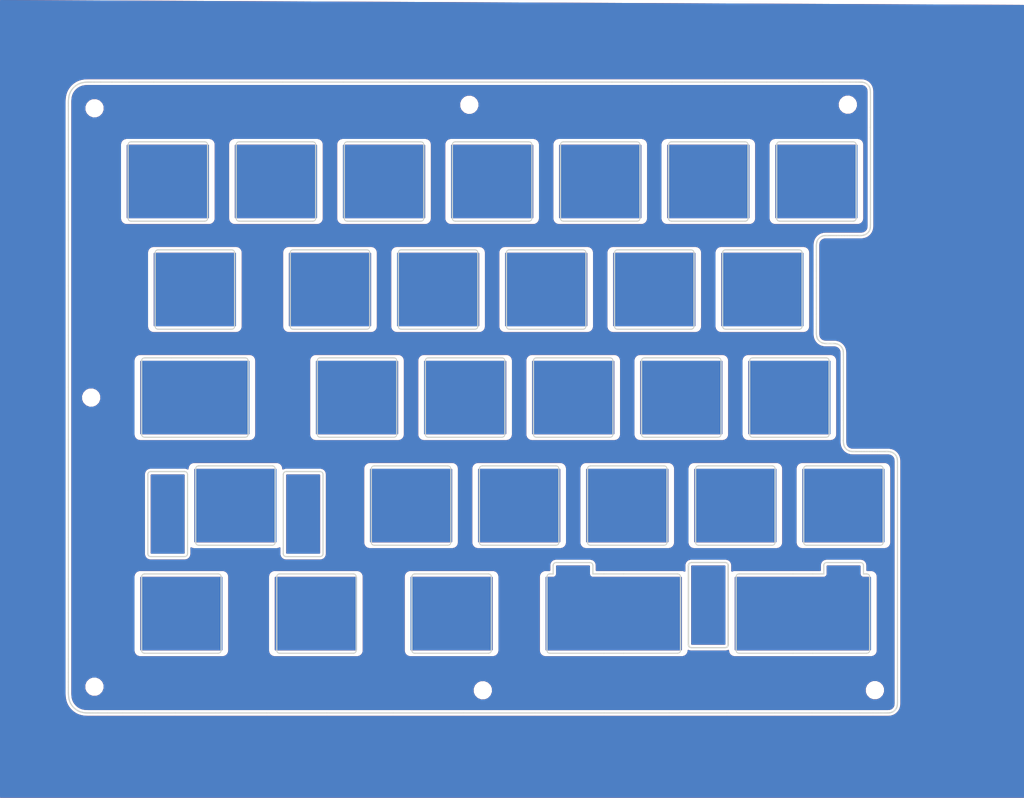
<source format=kicad_pcb>
(kicad_pcb (version 20190605) (host pcbnew "(5.1.0-1458-gf057bfc7c)")
  (layers (0 "F.Cu" signal) (31 "B.Cu" signal) (34 "B.Paste" user) (35 "F.Paste" user) (36 "B.SilkS" user) (37 "F.SilkS" user) (38 "B.Mask" user) (39 "F.Mask" user) (44 "Edge.Cuts" user))
  (net 0 "")
  (module "Mounting_Holes:MountingHole_2.2mm_M2" (layer "F.Cu") (at 22.21 21.06)
    (fp_text reference "REF**" hide)
    (fp_text value "MountingHole_2.2mm_M2" hide)
    (pad "1" np_thru_hole circle (at 0 0) (size 2.2 2.2) (drill 2.2) (layers *.Cu *.Mask))
  )
  (module "Mounting_Holes:MountingHole_2.2mm_M2" (layer "F.Cu") (at 21.62 72.08)
    (fp_text reference "REF**" hide)
    (fp_text value "MountingHole_2.2mm_M2" hide)
    (pad "1" np_thru_hole circle (at 0 0) (size 2.2 2.2) (drill 2.2) (layers *.Cu *.Mask))
  )
  (module "Mounting_Holes:MountingHole_2.2mm_M2" (layer "F.Cu") (at 22.19 123.07)
    (fp_text reference "REF**" hide)
    (fp_text value "MountingHole_2.2mm_M2" hide)
    (pad "1" np_thru_hole circle (at 0 0) (size 2.2 2.2) (drill 2.2) (layers *.Cu *.Mask))
  )
  (module "Mounting_Holes:MountingHole_2.2mm_M2" (layer "F.Cu") (at 90.64 123.7)
    (fp_text reference "REF**" hide)
    (fp_text value "MountingHole_2.2mm_M2" hide)
    (pad "1" np_thru_hole circle (at 0 0) (size 2.2 2.2) (drill 2.2) (layers *.Cu *.Mask))
  )
  (module "Mounting_Holes:MountingHole_2.2mm_M2" (layer "F.Cu") (at 159.74 123.68)
    (fp_text reference "REF**" hide)
    (fp_text value "MountingHole_2.2mm_M2" hide)
    (pad "1" np_thru_hole circle (at 0 0) (size 2.2 2.2) (drill 2.2) (layers *.Cu *.Mask))
  )
  (module "Mounting_Holes:MountingHole_2.2mm_M2" (layer "F.Cu") (at 154.97 20.43)
    (fp_text reference "REF**" hide)
    (fp_text value "MountingHole_2.2mm_M2" hide)
    (pad "1" np_thru_hole circle (at 0 0) (size 2.2 2.2) (drill 2.2) (layers *.Cu *.Mask))
  )
  (module "Mounting_Holes:MountingHole_2.2mm_M2" (layer "F.Cu") (at 88.26 20.45)
    (fp_text reference "REF**" hide)
    (fp_text value "MountingHole_2.2mm_M2" hide)
    (pad "1" np_thru_hole circle (at 0 0) (size 2.2 2.2) (drill 2.2) (layers *.Cu *.Mask))
  )
  (gr_curve (pts (xy 48.776139 79.077856) (xy 49.052285 79.077856) (xy 49.27613 78.853989) (xy 49.27613 78.577843)) (layer "Edge.Cuts") (width 0.2))
  (gr_curve (pts (xy 44.013639 65.077849) (xy 44.013639 65.077849) (xy 35.776136 65.077849) (xy 35.776136 65.077849)) (layer "Edge.Cuts") (width 0.2))
  (gr_curve (pts (xy 78.638625 117.177853) (xy 78.362483 117.177853) (xy 78.138625 116.953995) (xy 78.138625 116.677853)) (layer "Edge.Cuts") (width 0.2))
  (gr_curve (pts (xy 127.414125 116.17786) (xy 127.414125 116.17786) (xy 133.414125 116.17786) (xy 133.414125 116.17786)) (layer "Edge.Cuts") (width 0.2))
  (gr_curve (pts (xy 78.138625 103.677853) (xy 78.138625 103.40171) (xy 78.362483 103.177853) (xy 78.638625 103.177853)) (layer "Edge.Cuts") (width 0.2))
  (gr_curve (pts (xy 35.776136 65.077849) (xy 35.776136 65.077849) (xy 31.013636 65.077849) (xy 31.013636 65.077849)) (layer "Edge.Cuts") (width 0.2))
  (gr_curve (pts (xy 126.850625 101.67786) (xy 126.850625 101.67786) (xy 126.914125 101.67786) (xy 126.914125 101.67786)) (layer "Edge.Cuts") (width 0.2))
  (gr_curve (pts (xy 92.138625 116.677853) (xy 92.138625 116.953995) (xy 91.914768 117.177853) (xy 91.638625 117.177853)) (layer "Edge.Cuts") (width 0.2))
  (gr_curve (pts (xy 126.850625 115.67786) (xy 126.850625 115.67786) (xy 126.850625 101.67786) (xy 126.850625 101.67786)) (layer "Edge.Cuts") (width 0.2))
  (gr_curve (pts (xy 126.850625 101.67786) (xy 126.850625 101.401717) (xy 127.074483 101.17786) (xy 127.350625 101.17786)) (layer "Edge.Cuts") (width 0.2))
  (gr_curve (pts (xy 54.826126 117.177853) (xy 54.549984 117.177853) (xy 54.326126 116.953995) (xy 54.326126 116.677853)) (layer "Edge.Cuts") (width 0.2))
  (gr_curve (pts (xy 35.776136 79.077856) (xy 35.776136 79.077856) (xy 44.013639 79.077856) (xy 44.013639 79.077856)) (layer "Edge.Cuts") (width 0.2))
  (gr_curve (pts (xy 78.138625 116.677853) (xy 78.138625 116.677853) (xy 78.138625 103.677853) (xy 78.138625 103.677853)) (layer "Edge.Cuts") (width 0.2))
  (gr_curve (pts (xy 114.357375 46.027852) (xy 114.357375 46.027852) (xy 127.357375 46.027852) (xy 127.357375 46.027852)) (layer "Edge.Cuts") (width 0.2))
  (gr_curve (pts (xy 113.857375 46.527852) (xy 113.857375 46.25171) (xy 114.081233 46.027852) (xy 114.357375 46.027852)) (layer "Edge.Cuts") (width 0.2))
  (gr_curve (pts (xy 127.357375 60.027852) (xy 127.357375 60.027852) (xy 114.357375 60.027852) (xy 114.357375 60.027852)) (layer "Edge.Cuts") (width 0.2))
  (gr_curve (pts (xy 127.857375 59.527852) (xy 127.857375 59.803995) (xy 127.633518 60.027852) (xy 127.357375 60.027852)) (layer "Edge.Cuts") (width 0.2))
  (gr_curve (pts (xy 57.207376 60.027852) (xy 56.931234 60.027852) (xy 56.707376 59.803995) (xy 56.707376 59.527852)) (layer "Edge.Cuts") (width 0.2))
  (gr_curve (pts (xy 32.894876 46.527852) (xy 32.894876 46.25171) (xy 33.118734 46.027852) (xy 33.394876 46.027852)) (layer "Edge.Cuts") (width 0.2))
  (gr_curve (pts (xy 151.669875 65.577852) (xy 151.669875 65.577852) (xy 151.669875 78.577853) (xy 151.669875 78.577853)) (layer "Edge.Cuts") (width 0.2))
  (gr_curve (pts (xy 151.169875 65.077852) (xy 151.446018 65.077852) (xy 151.669875 65.30171) (xy 151.669875 65.577852)) (layer "Edge.Cuts") (width 0.2))
  (gr_curve (pts (xy 138.169875 65.077852) (xy 138.169875 65.077852) (xy 151.169875 65.077852) (xy 151.169875 65.077852)) (layer "Edge.Cuts") (width 0.2))
  (gr_curve (pts (xy 133.407375 46.027852) (xy 133.407375 46.027852) (xy 146.407375 46.027852) (xy 146.407375 46.027852)) (layer "Edge.Cuts") (width 0.2))
  (gr_curve (pts (xy 132.907375 46.527852) (xy 132.907375 46.25171) (xy 133.131233 46.027852) (xy 133.407375 46.027852)) (layer "Edge.Cuts") (width 0.2))
  (gr_curve (pts (xy 132.619875 65.577852) (xy 132.619875 65.577852) (xy 132.619875 78.577853) (xy 132.619875 78.577853)) (layer "Edge.Cuts") (width 0.2))
  (gr_curve (pts (xy 132.119875 65.077852) (xy 132.396018 65.077852) (xy 132.619875 65.30171) (xy 132.619875 65.577852)) (layer "Edge.Cuts") (width 0.2))
  (gr_curve (pts (xy 119.119875 65.077852) (xy 119.119875 65.077852) (xy 132.119875 65.077852) (xy 132.119875 65.077852)) (layer "Edge.Cuts") (width 0.2))
  (gr_curve (pts (xy 118.619875 65.577852) (xy 118.619875 65.30171) (xy 118.843733 65.077852) (xy 119.119875 65.077852)) (layer "Edge.Cuts") (width 0.2))
  (gr_curve (pts (xy 118.619875 78.577853) (xy 118.619875 78.577853) (xy 118.619875 65.577852) (xy 118.619875 65.577852)) (layer "Edge.Cuts") (width 0.2))
  (gr_curve (pts (xy 100.069875 79.077853) (xy 99.793733 79.077853) (xy 99.569875 78.853995) (xy 99.569875 78.577853)) (layer "Edge.Cuts") (width 0.2))
  (gr_curve (pts (xy 113.069875 79.077853) (xy 113.069875 79.077853) (xy 100.069875 79.077853) (xy 100.069875 79.077853)) (layer "Edge.Cuts") (width 0.2))
  (gr_curve (pts (xy 113.569875 78.577853) (xy 113.569875 78.853995) (xy 113.346018 79.077853) (xy 113.069875 79.077853)) (layer "Edge.Cuts") (width 0.2))
  (gr_curve (pts (xy 113.569875 65.577852) (xy 113.569875 65.577852) (xy 113.569875 78.577853) (xy 113.569875 78.577853)) (layer "Edge.Cuts") (width 0.2))
  (gr_curve (pts (xy 113.069875 65.077852) (xy 113.346018 65.077852) (xy 113.569875 65.30171) (xy 113.569875 65.577852)) (layer "Edge.Cuts") (width 0.2))
  (gr_curve (pts (xy 100.069875 65.077852) (xy 100.069875 65.077852) (xy 113.069875 65.077852) (xy 113.069875 65.077852)) (layer "Edge.Cuts") (width 0.2))
  (gr_curve (pts (xy 99.569875 65.577852) (xy 99.569875 65.30171) (xy 99.793733 65.077852) (xy 100.069875 65.077852)) (layer "Edge.Cuts") (width 0.2))
  (gr_curve (pts (xy 99.569875 78.577853) (xy 99.569875 78.577853) (xy 99.569875 65.577852) (xy 99.569875 65.577852)) (layer "Edge.Cuts") (width 0.2))
  (gr_curve (pts (xy 81.019875 79.077853) (xy 80.743733 79.077853) (xy 80.519875 78.853995) (xy 80.519875 78.577853)) (layer "Edge.Cuts") (width 0.2))
  (gr_curve (pts (xy 94.019875 79.077853) (xy 94.019875 79.077853) (xy 81.019875 79.077853) (xy 81.019875 79.077853)) (layer "Edge.Cuts") (width 0.2))
  (gr_curve (pts (xy 94.519875 78.577853) (xy 94.519875 78.853995) (xy 94.296018 79.077853) (xy 94.019875 79.077853)) (layer "Edge.Cuts") (width 0.2))
  (gr_curve (pts (xy 94.519875 65.577852) (xy 94.519875 65.577852) (xy 94.519875 78.577853) (xy 94.519875 78.577853)) (layer "Edge.Cuts") (width 0.2))
  (gr_curve (pts (xy 94.019875 65.077852) (xy 94.296018 65.077852) (xy 94.519875 65.30171) (xy 94.519875 65.577852)) (layer "Edge.Cuts") (width 0.2))
  (gr_curve (pts (xy 81.019875 65.077852) (xy 81.019875 65.077852) (xy 94.019875 65.077852) (xy 94.019875 65.077852)) (layer "Edge.Cuts") (width 0.2))
  (gr_curve (pts (xy 80.519875 65.577852) (xy 80.519875 65.30171) (xy 80.743733 65.077852) (xy 81.019875 65.077852)) (layer "Edge.Cuts") (width 0.2))
  (gr_curve (pts (xy 80.519875 78.577853) (xy 80.519875 78.577853) (xy 80.519875 65.577852) (xy 80.519875 65.577852)) (layer "Edge.Cuts") (width 0.2))
  (gr_curve (pts (xy 61.969876 79.077853) (xy 61.693734 79.077853) (xy 61.469876 78.853995) (xy 61.469876 78.577853)) (layer "Edge.Cuts") (width 0.2))
  (gr_curve (pts (xy 74.969875 79.077853) (xy 74.969875 79.077853) (xy 61.969876 79.077853) (xy 61.969876 79.077853)) (layer "Edge.Cuts") (width 0.2))
  (gr_curve (pts (xy 75.469875 78.577853) (xy 75.469875 78.853995) (xy 75.246018 79.077853) (xy 74.969875 79.077853)) (layer "Edge.Cuts") (width 0.2))
  (gr_curve (pts (xy 75.469875 65.577852) (xy 75.469875 65.577852) (xy 75.469875 78.577853) (xy 75.469875 78.577853)) (layer "Edge.Cuts") (width 0.2))
  (gr_curve (pts (xy 74.969875 65.077852) (xy 75.246018 65.077852) (xy 75.469875 65.30171) (xy 75.469875 65.577852)) (layer "Edge.Cuts") (width 0.2))
  (gr_curve (pts (xy 61.969876 65.077852) (xy 61.969876 65.077852) (xy 74.969875 65.077852) (xy 74.969875 65.077852)) (layer "Edge.Cuts") (width 0.2))
  (gr_curve (pts (xy 61.469876 65.577852) (xy 61.469876 65.30171) (xy 61.693734 65.077852) (xy 61.969876 65.077852)) (layer "Edge.Cuts") (width 0.2))
  (gr_curve (pts (xy 61.469876 78.577853) (xy 61.469876 78.577853) (xy 61.469876 65.577852) (xy 61.469876 65.577852)) (layer "Edge.Cuts") (width 0.2))
  (gr_curve (pts (xy 138.169875 79.077853) (xy 137.893733 79.077853) (xy 137.669875 78.853995) (xy 137.669875 78.577853)) (layer "Edge.Cuts") (width 0.2))
  (gr_curve (pts (xy 151.169875 79.077853) (xy 151.169875 79.077853) (xy 138.169875 79.077853) (xy 138.169875 79.077853)) (layer "Edge.Cuts") (width 0.2))
  (gr_curve (pts (xy 151.669875 78.577853) (xy 151.669875 78.853995) (xy 151.446018 79.077853) (xy 151.169875 79.077853)) (layer "Edge.Cuts") (width 0.2))
  (gr_curve (pts (xy 146.907375 46.527852) (xy 146.907375 46.527852) (xy 146.907375 59.527852) (xy 146.907375 59.527852)) (layer "Edge.Cuts") (width 0.2))
  (gr_curve (pts (xy 146.407375 46.027852) (xy 146.683518 46.027852) (xy 146.907375 46.25171) (xy 146.907375 46.527852)) (layer "Edge.Cuts") (width 0.2))
  (gr_curve (pts (xy 70.707375 59.527852) (xy 70.707375 59.803995) (xy 70.483518 60.027852) (xy 70.207375 60.027852)) (layer "Edge.Cuts") (width 0.2))
  (gr_curve (pts (xy 89.257375 60.027852) (xy 89.257375 60.027852) (xy 76.257375 60.027852) (xy 76.257375 60.027852)) (layer "Edge.Cuts") (width 0.2))
  (gr_curve (pts (xy 89.757375 59.527852) (xy 89.757375 59.803995) (xy 89.533518 60.027852) (xy 89.257375 60.027852)) (layer "Edge.Cuts") (width 0.2))
  (gr_curve (pts (xy 127.857375 46.527852) (xy 127.857375 46.527852) (xy 127.857375 59.527852) (xy 127.857375 59.527852)) (layer "Edge.Cuts") (width 0.2))
  (gr_curve (pts (xy 127.357375 46.027852) (xy 127.633518 46.027852) (xy 127.857375 46.25171) (xy 127.857375 46.527852)) (layer "Edge.Cuts") (width 0.2))
  (gr_curve (pts (xy 95.307375 46.027852) (xy 95.307375 46.027852) (xy 108.307375 46.027852) (xy 108.307375 46.027852)) (layer "Edge.Cuts") (width 0.2))
  (gr_curve (pts (xy 94.807375 46.527852) (xy 94.807375 46.25171) (xy 95.031233 46.027852) (xy 95.307375 46.027852)) (layer "Edge.Cuts") (width 0.2))
  (gr_curve (pts (xy 94.807375 59.527852) (xy 94.807375 59.527852) (xy 94.807375 46.527852) (xy 94.807375 46.527852)) (layer "Edge.Cuts") (width 0.2))
  (gr_curve (pts (xy 76.257375 60.027852) (xy 75.981233 60.027852) (xy 75.757375 59.803995) (xy 75.757375 59.527852)) (layer "Edge.Cuts") (width 0.2))
  (gr_curve (pts (xy 160.694875 98.127853) (xy 160.694875 98.127853) (xy 147.694875 98.127853) (xy 147.694875 98.127853)) (layer "Edge.Cuts") (width 0.2))
  (gr_curve (pts (xy 161.194875 97.627853) (xy 161.194875 97.903995) (xy 160.971018 98.127853) (xy 160.694875 98.127853)) (layer "Edge.Cuts") (width 0.2))
  (gr_curve (pts (xy 161.194875 84.627853) (xy 161.194875 84.627853) (xy 161.194875 97.627853) (xy 161.194875 97.627853)) (layer "Edge.Cuts") (width 0.2))
  (gr_curve (pts (xy 160.694875 84.127853) (xy 160.971018 84.127853) (xy 161.194875 84.35171) (xy 161.194875 84.627853)) (layer "Edge.Cuts") (width 0.2))
  (gr_curve (pts (xy 147.694875 84.127853) (xy 147.694875 84.127853) (xy 160.694875 84.127853) (xy 160.694875 84.127853)) (layer "Edge.Cuts") (width 0.2))
  (gr_curve (pts (xy 147.194875 84.627853) (xy 147.194875 84.35171) (xy 147.418733 84.127853) (xy 147.694875 84.127853)) (layer "Edge.Cuts") (width 0.2))
  (gr_curve (pts (xy 147.194875 97.627853) (xy 147.194875 97.627853) (xy 147.194875 84.627853) (xy 147.194875 84.627853)) (layer "Edge.Cuts") (width 0.2))
  (gr_curve (pts (xy 146.407375 60.027852) (xy 146.407375 60.027852) (xy 133.407375 60.027852) (xy 133.407375 60.027852)) (layer "Edge.Cuts") (width 0.2))
  (gr_curve (pts (xy 146.907375 59.527852) (xy 146.907375 59.803995) (xy 146.683518 60.027852) (xy 146.407375 60.027852)) (layer "Edge.Cuts") (width 0.2))
  (gr_curve (pts (xy 109.094875 84.627853) (xy 109.094875 84.35171) (xy 109.318733 84.127853) (xy 109.594875 84.127853)) (layer "Edge.Cuts") (width 0.2))
  (gr_curve (pts (xy 109.094875 97.627853) (xy 109.094875 97.627853) (xy 109.094875 84.627853) (xy 109.094875 84.627853)) (layer "Edge.Cuts") (width 0.2))
  (gr_curve (pts (xy 90.544875 98.127853) (xy 90.268733 98.127853) (xy 90.044875 97.903995) (xy 90.044875 97.627853)) (layer "Edge.Cuts") (width 0.2))
  (gr_curve (pts (xy 103.544875 98.127853) (xy 103.544875 98.127853) (xy 90.544875 98.127853) (xy 90.544875 98.127853)) (layer "Edge.Cuts") (width 0.2))
  (gr_curve (pts (xy 104.044875 97.627853) (xy 104.044875 97.903995) (xy 103.821018 98.127853) (xy 103.544875 98.127853)) (layer "Edge.Cuts") (width 0.2))
  (gr_curve (pts (xy 104.044875 84.627853) (xy 104.044875 84.627853) (xy 104.044875 97.627853) (xy 104.044875 97.627853)) (layer "Edge.Cuts") (width 0.2))
  (gr_curve (pts (xy 103.544875 84.127853) (xy 103.821018 84.127853) (xy 104.044875 84.35171) (xy 104.044875 84.627853)) (layer "Edge.Cuts") (width 0.2))
  (gr_curve (pts (xy 56.707376 46.527852) (xy 56.707376 46.25171) (xy 56.931234 46.027852) (xy 57.207376 46.027852)) (layer "Edge.Cuts") (width 0.2))
  (gr_curve (pts (xy 108.307375 60.027852) (xy 108.307375 60.027852) (xy 95.307375 60.027852) (xy 95.307375 60.027852)) (layer "Edge.Cuts") (width 0.2))
  (gr_curve (pts (xy 108.807375 59.527852) (xy 108.807375 59.803995) (xy 108.583518 60.027852) (xy 108.307375 60.027852)) (layer "Edge.Cuts") (width 0.2))
  (gr_curve (pts (xy 132.907375 59.527852) (xy 132.907375 59.527852) (xy 132.907375 46.527852) (xy 132.907375 46.527852)) (layer "Edge.Cuts") (width 0.2))
  (gr_curve (pts (xy 114.357375 60.027852) (xy 114.081233 60.027852) (xy 113.857375 59.803995) (xy 113.857375 59.527852)) (layer "Edge.Cuts") (width 0.2))
  (gr_curve (pts (xy 113.857375 59.527852) (xy 113.857375 59.527852) (xy 113.857375 46.527852) (xy 113.857375 46.527852)) (layer "Edge.Cuts") (width 0.2))
  (gr_curve (pts (xy 95.307375 60.027852) (xy 95.031233 60.027852) (xy 94.807375 59.803995) (xy 94.807375 59.527852)) (layer "Edge.Cuts") (width 0.2))
  (gr_curve (pts (xy 89.757375 46.527852) (xy 89.757375 46.527852) (xy 89.757375 59.527852) (xy 89.757375 59.527852)) (layer "Edge.Cuts") (width 0.2))
  (gr_curve (pts (xy 89.257375 46.027852) (xy 89.533518 46.027852) (xy 89.757375 46.25171) (xy 89.757375 46.527852)) (layer "Edge.Cuts") (width 0.2))
  (gr_curve (pts (xy 70.207375 46.027852) (xy 70.483518 46.027852) (xy 70.707375 46.25171) (xy 70.707375 46.527852)) (layer "Edge.Cuts") (width 0.2))
  (gr_curve (pts (xy 33.394876 46.027852) (xy 33.394876 46.027852) (xy 46.394876 46.027852) (xy 46.394876 46.027852)) (layer "Edge.Cuts") (width 0.2))
  (gr_curve (pts (xy 32.894876 59.527852) (xy 32.894876 59.527852) (xy 32.894876 46.527852) (xy 32.894876 46.527852)) (layer "Edge.Cuts") (width 0.2))
  (gr_curve (pts (xy 46.394876 46.027852) (xy 46.671019 46.027852) (xy 46.894876 46.25171) (xy 46.894876 46.527852)) (layer "Edge.Cuts") (width 0.2))
  (gr_curve (pts (xy 46.894876 59.527852) (xy 46.894876 59.803995) (xy 46.671019 60.027852) (xy 46.394876 60.027852)) (layer "Edge.Cuts") (width 0.2))
  (gr_curve (pts (xy 53.538626 84.127853) (xy 53.814769 84.127853) (xy 54.038626 84.35171) (xy 54.038626 84.627853)) (layer "Edge.Cuts") (width 0.2))
  (gr_curve (pts (xy 40.538626 84.127853) (xy 40.538626 84.127853) (xy 53.538626 84.127853) (xy 53.538626 84.127853)) (layer "Edge.Cuts") (width 0.2))
  (gr_curve (pts (xy 40.038626 84.627853) (xy 40.038626 84.35171) (xy 40.262484 84.127853) (xy 40.538626 84.127853)) (layer "Edge.Cuts") (width 0.2))
  (gr_curve (pts (xy 147.694875 98.127853) (xy 147.418733 98.127853) (xy 147.194875 97.903995) (xy 147.194875 97.627853)) (layer "Edge.Cuts") (width 0.2))
  (gr_curve (pts (xy 133.407375 60.027852) (xy 133.131233 60.027852) (xy 132.907375 59.803995) (xy 132.907375 59.527852)) (layer "Edge.Cuts") (width 0.2))
  (gr_curve (pts (xy 128.644875 98.127853) (xy 128.368733 98.127853) (xy 128.144875 97.903995) (xy 128.144875 97.627853)) (layer "Edge.Cuts") (width 0.2))
  (gr_curve (pts (xy 141.644875 98.127853) (xy 141.644875 98.127853) (xy 128.644875 98.127853) (xy 128.644875 98.127853)) (layer "Edge.Cuts") (width 0.2))
  (gr_curve (pts (xy 142.144875 97.627853) (xy 142.144875 97.903995) (xy 141.921018 98.127853) (xy 141.644875 98.127853)) (layer "Edge.Cuts") (width 0.2))
  (gr_curve (pts (xy 142.144875 84.627853) (xy 142.144875 84.627853) (xy 142.144875 97.627853) (xy 142.144875 97.627853)) (layer "Edge.Cuts") (width 0.2))
  (gr_curve (pts (xy 141.644875 84.127853) (xy 141.921018 84.127853) (xy 142.144875 84.35171) (xy 142.144875 84.627853)) (layer "Edge.Cuts") (width 0.2))
  (gr_curve (pts (xy 128.644875 84.127853) (xy 128.644875 84.127853) (xy 141.644875 84.127853) (xy 141.644875 84.127853)) (layer "Edge.Cuts") (width 0.2))
  (gr_curve (pts (xy 128.144875 84.627853) (xy 128.144875 84.35171) (xy 128.368733 84.127853) (xy 128.644875 84.127853)) (layer "Edge.Cuts") (width 0.2))
  (gr_curve (pts (xy 128.144875 97.627853) (xy 128.144875 97.627853) (xy 128.144875 84.627853) (xy 128.144875 84.627853)) (layer "Edge.Cuts") (width 0.2))
  (gr_curve (pts (xy 109.594875 98.127853) (xy 109.318733 98.127853) (xy 109.094875 97.903995) (xy 109.094875 97.627853)) (layer "Edge.Cuts") (width 0.2))
  (gr_curve (pts (xy 122.594875 98.127853) (xy 122.594875 98.127853) (xy 109.594875 98.127853) (xy 109.594875 98.127853)) (layer "Edge.Cuts") (width 0.2))
  (gr_curve (pts (xy 123.094875 97.627853) (xy 123.094875 97.903995) (xy 122.871018 98.127853) (xy 122.594875 98.127853)) (layer "Edge.Cuts") (width 0.2))
  (gr_curve (pts (xy 123.094875 84.627853) (xy 123.094875 84.627853) (xy 123.094875 97.627853) (xy 123.094875 97.627853)) (layer "Edge.Cuts") (width 0.2))
  (gr_curve (pts (xy 122.594875 84.127853) (xy 122.871018 84.127853) (xy 123.094875 84.35171) (xy 123.094875 84.627853)) (layer "Edge.Cuts") (width 0.2))
  (gr_curve (pts (xy 109.594875 84.127853) (xy 109.594875 84.127853) (xy 122.594875 84.127853) (xy 122.594875 84.127853)) (layer "Edge.Cuts") (width 0.2))
  (gr_curve (pts (xy 75.757375 59.527852) (xy 75.757375 59.527852) (xy 75.757375 46.527852) (xy 75.757375 46.527852)) (layer "Edge.Cuts") (width 0.2))
  (gr_curve (pts (xy 84.994875 97.627853) (xy 84.994875 97.903995) (xy 84.771018 98.127853) (xy 84.494875 98.127853)) (layer "Edge.Cuts") (width 0.2))
  (gr_curve (pts (xy 84.994875 84.627853) (xy 84.994875 84.627853) (xy 84.994875 97.627853) (xy 84.994875 97.627853)) (layer "Edge.Cuts") (width 0.2))
  (gr_curve (pts (xy 84.494875 84.127853) (xy 84.771018 84.127853) (xy 84.994875 84.35171) (xy 84.994875 84.627853)) (layer "Edge.Cuts") (width 0.2))
  (gr_curve (pts (xy 71.494875 84.127853) (xy 71.494875 84.127853) (xy 84.494875 84.127853) (xy 84.494875 84.127853)) (layer "Edge.Cuts") (width 0.2))
  (gr_curve (pts (xy 76.257375 46.027852) (xy 76.257375 46.027852) (xy 89.257375 46.027852) (xy 89.257375 46.027852)) (layer "Edge.Cuts") (width 0.2))
  (gr_curve (pts (xy 75.757375 46.527852) (xy 75.757375 46.25171) (xy 75.981233 46.027852) (xy 76.257375 46.027852)) (layer "Edge.Cuts") (width 0.2))
  (gr_curve (pts (xy 108.807375 46.527852) (xy 108.807375 46.527852) (xy 108.807375 59.527852) (xy 108.807375 59.527852)) (layer "Edge.Cuts") (width 0.2))
  (gr_curve (pts (xy 108.307375 46.027852) (xy 108.583518 46.027852) (xy 108.807375 46.25171) (xy 108.807375 46.527852)) (layer "Edge.Cuts") (width 0.2))
  (gr_curve (pts (xy 70.994875 84.627853) (xy 70.994875 84.35171) (xy 71.218733 84.127853) (xy 71.494875 84.127853)) (layer "Edge.Cuts") (width 0.2))
  (gr_curve (pts (xy 70.994875 97.627853) (xy 70.994875 97.627853) (xy 70.994875 84.627853) (xy 70.994875 84.627853)) (layer "Edge.Cuts") (width 0.2))
  (gr_curve (pts (xy 32.100626 100.127853) (xy 31.824484 100.127853) (xy 31.600626 99.903995) (xy 31.600626 99.627853)) (layer "Edge.Cuts") (width 0.2))
  (gr_curve (pts (xy 38.100626 100.127853) (xy 38.100626 100.127853) (xy 32.100626 100.127853) (xy 32.100626 100.127853)) (layer "Edge.Cuts") (width 0.2))
  (gr_curve (pts (xy 38.600626 99.627853) (xy 38.600626 99.903995) (xy 38.376769 100.127853) (xy 38.100626 100.127853)) (layer "Edge.Cuts") (width 0.2))
  (gr_curve (pts (xy 38.600626 85.627853) (xy 38.600626 85.627853) (xy 38.600626 99.627853) (xy 38.600626 99.627853)) (layer "Edge.Cuts") (width 0.2))
  (gr_curve (pts (xy 38.100626 85.127853) (xy 38.376769 85.127853) (xy 38.600626 85.35171) (xy 38.600626 85.627853)) (layer "Edge.Cuts") (width 0.2))
  (gr_curve (pts (xy 32.100626 85.127853) (xy 32.100626 85.127853) (xy 38.100626 85.127853) (xy 38.100626 85.127853)) (layer "Edge.Cuts") (width 0.2))
  (gr_curve (pts (xy 31.600626 85.627853) (xy 31.600626 85.35171) (xy 31.824484 85.127853) (xy 32.100626 85.127853)) (layer "Edge.Cuts") (width 0.2))
  (gr_curve (pts (xy 31.600626 99.627853) (xy 31.600626 99.627853) (xy 31.600626 85.627853) (xy 31.600626 85.627853)) (layer "Edge.Cuts") (width 0.2))
  (gr_curve (pts (xy 55.976626 100.127853) (xy 55.700484 100.127853) (xy 55.476626 99.903995) (xy 55.476626 99.627853)) (layer "Edge.Cuts") (width 0.2))
  (gr_curve (pts (xy 61.976626 100.127853) (xy 61.976626 100.127853) (xy 55.976626 100.127853) (xy 55.976626 100.127853)) (layer "Edge.Cuts") (width 0.2))
  (gr_curve (pts (xy 62.476626 99.627853) (xy 62.476626 99.903995) (xy 62.252769 100.127853) (xy 61.976626 100.127853)) (layer "Edge.Cuts") (width 0.2))
  (gr_curve (pts (xy 62.476626 85.627853) (xy 62.476626 85.627853) (xy 62.476626 99.627853) (xy 62.476626 99.627853)) (layer "Edge.Cuts") (width 0.2))
  (gr_curve (pts (xy 61.976626 85.127853) (xy 62.252769 85.127853) (xy 62.476626 85.35171) (xy 62.476626 85.627853)) (layer "Edge.Cuts") (width 0.2))
  (gr_curve (pts (xy 55.976626 85.127853) (xy 55.976626 85.127853) (xy 61.976626 85.127853) (xy 61.976626 85.127853)) (layer "Edge.Cuts") (width 0.2))
  (gr_curve (pts (xy 55.476626 85.627853) (xy 55.476626 85.35171) (xy 55.700484 85.127853) (xy 55.976626 85.127853)) (layer "Edge.Cuts") (width 0.2))
  (gr_curve (pts (xy 55.476626 99.627853) (xy 55.476626 99.627853) (xy 55.476626 85.627853) (xy 55.476626 85.627853)) (layer "Edge.Cuts") (width 0.2))
  (gr_curve (pts (xy 40.538626 98.127853) (xy 40.262484 98.127853) (xy 40.038626 97.903995) (xy 40.038626 97.627853)) (layer "Edge.Cuts") (width 0.2))
  (gr_curve (pts (xy 53.538626 98.127853) (xy 53.538626 98.127853) (xy 40.538626 98.127853) (xy 40.538626 98.127853)) (layer "Edge.Cuts") (width 0.2))
  (gr_curve (pts (xy 54.038626 97.627853) (xy 54.038626 97.903995) (xy 53.814769 98.127853) (xy 53.538626 98.127853)) (layer "Edge.Cuts") (width 0.2))
  (gr_curve (pts (xy 54.038626 84.627853) (xy 54.038626 84.627853) (xy 54.038626 97.627853) (xy 54.038626 97.627853)) (layer "Edge.Cuts") (width 0.2))
  (gr_curve (pts (xy 46.894876 46.527852) (xy 46.894876 46.527852) (xy 46.894876 59.527852) (xy 46.894876 59.527852)) (layer "Edge.Cuts") (width 0.2))
  (gr_curve (pts (xy 40.038626 97.627853) (xy 40.038626 97.627853) (xy 40.038626 84.627853) (xy 40.038626 84.627853)) (layer "Edge.Cuts") (width 0.2))
  (gr_curve (pts (xy 90.544875 84.127853) (xy 90.544875 84.127853) (xy 103.544875 84.127853) (xy 103.544875 84.127853)) (layer "Edge.Cuts") (width 0.2))
  (gr_curve (pts (xy 90.044875 84.627853) (xy 90.044875 84.35171) (xy 90.268733 84.127853) (xy 90.544875 84.127853)) (layer "Edge.Cuts") (width 0.2))
  (gr_curve (pts (xy 90.044875 97.627853) (xy 90.044875 97.627853) (xy 90.044875 84.627853) (xy 90.044875 84.627853)) (layer "Edge.Cuts") (width 0.2))
  (gr_curve (pts (xy 71.494875 98.127853) (xy 71.218733 98.127853) (xy 70.994875 97.903995) (xy 70.994875 97.627853)) (layer "Edge.Cuts") (width 0.2))
  (gr_curve (pts (xy 84.494875 98.127853) (xy 84.494875 98.127853) (xy 71.494875 98.127853) (xy 71.494875 98.127853)) (layer "Edge.Cuts") (width 0.2))
  (gr_curve (pts (xy 137.669875 65.577852) (xy 137.669875 65.30171) (xy 137.893733 65.077852) (xy 138.169875 65.077852)) (layer "Edge.Cuts") (width 0.2))
  (gr_curve (pts (xy 137.669875 78.577853) (xy 137.669875 78.577853) (xy 137.669875 65.577852) (xy 137.669875 65.577852)) (layer "Edge.Cuts") (width 0.2))
  (gr_curve (pts (xy 119.119875 79.077853) (xy 118.843733 79.077853) (xy 118.619875 78.853995) (xy 118.619875 78.577853)) (layer "Edge.Cuts") (width 0.2))
  (gr_curve (pts (xy 132.119875 79.077853) (xy 132.119875 79.077853) (xy 119.119875 79.077853) (xy 119.119875 79.077853)) (layer "Edge.Cuts") (width 0.2))
  (gr_curve (pts (xy 132.619875 78.577853) (xy 132.619875 78.853995) (xy 132.396018 79.077853) (xy 132.119875 79.077853)) (layer "Edge.Cuts") (width 0.2))
  (gr_curve (pts (xy 70.207375 60.027852) (xy 70.207375 60.027852) (xy 57.207376 60.027852) (xy 57.207376 60.027852)) (layer "Edge.Cuts") (width 0.2))
  (gr_curve (pts (xy 68.326125 116.677853) (xy 68.326125 116.953995) (xy 68.102268 117.177853) (xy 67.826125 117.177853)) (layer "Edge.Cuts") (width 0.2))
  (gr_curve (pts (xy 68.326125 103.677853) (xy 68.326125 103.677853) (xy 68.326125 116.677853) (xy 68.326125 116.677853)) (layer "Edge.Cuts") (width 0.2))
  (gr_curve (pts (xy 67.826125 103.177853) (xy 68.102268 103.177853) (xy 68.326125 103.40171) (xy 68.326125 103.677853)) (layer "Edge.Cuts") (width 0.2))
  (gr_curve (pts (xy 54.826126 103.177853) (xy 54.826126 103.177853) (xy 67.826125 103.177853) (xy 67.826125 103.177853)) (layer "Edge.Cuts") (width 0.2))
  (gr_curve (pts (xy 54.326126 103.677853) (xy 54.326126 103.40171) (xy 54.549984 103.177853) (xy 54.826126 103.177853)) (layer "Edge.Cuts") (width 0.2))
  (gr_curve (pts (xy 54.326126 116.677853) (xy 54.326126 116.677853) (xy 54.326126 103.677853) (xy 54.326126 103.677853)) (layer "Edge.Cuts") (width 0.2))
  (gr_curve (pts (xy 31.013626 117.177853) (xy 30.737484 117.177853) (xy 30.513626 116.953995) (xy 30.513626 116.677853)) (layer "Edge.Cuts") (width 0.2))
  (gr_curve (pts (xy 44.013626 117.177853) (xy 44.013626 117.177853) (xy 31.013626 117.177853) (xy 31.013626 117.177853)) (layer "Edge.Cuts") (width 0.2))
  (gr_curve (pts (xy 44.513626 116.677853) (xy 44.513626 116.953995) (xy 44.289769 117.177853) (xy 44.013626 117.177853)) (layer "Edge.Cuts") (width 0.2))
  (gr_curve (pts (xy 44.513626 103.677853) (xy 44.513626 103.677853) (xy 44.513626 116.677853) (xy 44.513626 116.677853)) (layer "Edge.Cuts") (width 0.2))
  (gr_curve (pts (xy 44.013626 103.177853) (xy 44.289769 103.177853) (xy 44.513626 103.40171) (xy 44.513626 103.677853)) (layer "Edge.Cuts") (width 0.2))
  (gr_curve (pts (xy 31.013626 103.177853) (xy 31.013626 103.177853) (xy 44.013626 103.177853) (xy 44.013626 103.177853)) (layer "Edge.Cuts") (width 0.2))
  (gr_curve (pts (xy 30.513626 103.677853) (xy 30.513626 103.40171) (xy 30.737484 103.177853) (xy 31.013626 103.177853)) (layer "Edge.Cuts") (width 0.2))
  (gr_curve (pts (xy 30.513626 116.677853) (xy 30.513626 116.677853) (xy 30.513626 103.677853) (xy 30.513626 103.677853)) (layer "Edge.Cuts") (width 0.2))
  (gr_curve (pts (xy 57.207376 46.027852) (xy 57.207376 46.027852) (xy 70.207375 46.027852) (xy 70.207375 46.027852)) (layer "Edge.Cuts") (width 0.2))
  (gr_curve (pts (xy 60.682376 26.977852) (xy 60.958519 26.977852) (xy 61.182376 27.20171) (xy 61.182376 27.477852)) (layer "Edge.Cuts") (width 0.2))
  (gr_curve (pts (xy 47.682376 26.977852) (xy 47.682376 26.977852) (xy 60.682376 26.977852) (xy 60.682376 26.977852)) (layer "Edge.Cuts") (width 0.2))
  (gr_curve (pts (xy 47.182376 27.477852) (xy 47.182376 27.20171) (xy 47.406234 26.977852) (xy 47.682376 26.977852)) (layer "Edge.Cuts") (width 0.2))
  (gr_curve (pts (xy 47.182376 40.477852) (xy 47.182376 40.477852) (xy 47.182376 27.477852) (xy 47.182376 27.477852)) (layer "Edge.Cuts") (width 0.2))
  (gr_curve (pts (xy 28.632376 40.977852) (xy 28.356234 40.977852) (xy 28.132376 40.753995) (xy 28.132376 40.477852)) (layer "Edge.Cuts") (width 0.2))
  (gr_curve (pts (xy 41.632376 40.977852) (xy 41.632376 40.977852) (xy 28.632376 40.977852) (xy 28.632376 40.977852)) (layer "Edge.Cuts") (width 0.2))
  (gr_curve (pts (xy 42.132376 40.477852) (xy 42.132376 40.753995) (xy 41.908519 40.977852) (xy 41.632376 40.977852)) (layer "Edge.Cuts") (width 0.2))
  (gr_curve (pts (xy 42.132376 27.477852) (xy 42.132376 27.477852) (xy 42.132376 40.477852) (xy 42.132376 40.477852)) (layer "Edge.Cuts") (width 0.2))
  (gr_curve (pts (xy 41.632376 26.977852) (xy 41.908519 26.977852) (xy 42.132376 27.20171) (xy 42.132376 27.477852)) (layer "Edge.Cuts") (width 0.2))
  (gr_curve (pts (xy 28.632376 26.977852) (xy 28.632376 26.977852) (xy 41.632376 26.977852) (xy 41.632376 26.977852)) (layer "Edge.Cuts") (width 0.2))
  (gr_curve (pts (xy 28.132376 27.477852) (xy 28.132376 27.20171) (xy 28.356234 26.977852) (xy 28.632376 26.977852)) (layer "Edge.Cuts") (width 0.2))
  (gr_curve (pts (xy 28.132376 40.477852) (xy 28.132376 40.477852) (xy 28.132376 27.477852) (xy 28.132376 27.477852)) (layer "Edge.Cuts") (width 0.2))
  (gr_curve (pts (xy 136.882375 26.977852) (xy 137.158518 26.977852) (xy 137.382375 27.20171) (xy 137.382375 27.477852)) (layer "Edge.Cuts") (width 0.2))
  (gr_curve (pts (xy 123.882375 26.977852) (xy 123.882375 26.977852) (xy 136.882375 26.977852) (xy 136.882375 26.977852)) (layer "Edge.Cuts") (width 0.2))
  (gr_curve (pts (xy 123.382375 27.477852) (xy 123.382375 27.20171) (xy 123.606233 26.977852) (xy 123.882375 26.977852)) (layer "Edge.Cuts") (width 0.2))
  (gr_curve (pts (xy 123.382375 40.477852) (xy 123.382375 40.477852) (xy 123.382375 27.477852) (xy 123.382375 27.477852)) (layer "Edge.Cuts") (width 0.2))
  (gr_curve (pts (xy 104.832375 40.977852) (xy 104.556233 40.977852) (xy 104.332375 40.753995) (xy 104.332375 40.477852)) (layer "Edge.Cuts") (width 0.2))
  (gr_curve (pts (xy 117.832375 40.977852) (xy 117.832375 40.977852) (xy 104.832375 40.977852) (xy 104.832375 40.977852)) (layer "Edge.Cuts") (width 0.2))
  (gr_curve (pts (xy 118.332375 40.477852) (xy 118.332375 40.753995) (xy 118.108518 40.977852) (xy 117.832375 40.977852)) (layer "Edge.Cuts") (width 0.2))
  (gr_curve (pts (xy 118.332375 27.477852) (xy 118.332375 27.477852) (xy 118.332375 40.477852) (xy 118.332375 40.477852)) (layer "Edge.Cuts") (width 0.2))
  (gr_curve (pts (xy 117.832375 26.977852) (xy 118.108518 26.977852) (xy 118.332375 27.20171) (xy 118.332375 27.477852)) (layer "Edge.Cuts") (width 0.2))
  (gr_curve (pts (xy 104.832375 26.977852) (xy 104.832375 26.977852) (xy 117.832375 26.977852) (xy 117.832375 26.977852)) (layer "Edge.Cuts") (width 0.2))
  (gr_curve (pts (xy 104.332375 27.477852) (xy 104.332375 27.20171) (xy 104.556233 26.977852) (xy 104.832375 26.977852)) (layer "Edge.Cuts") (width 0.2))
  (gr_curve (pts (xy 60.682376 40.977852) (xy 60.682376 40.977852) (xy 47.682376 40.977852) (xy 47.682376 40.977852)) (layer "Edge.Cuts") (width 0.2))
  (gr_curve (pts (xy 61.182376 40.477852) (xy 61.182376 40.753995) (xy 60.958519 40.977852) (xy 60.682376 40.977852)) (layer "Edge.Cuts") (width 0.2))
  (gr_curve (pts (xy 61.182376 27.477852) (xy 61.182376 27.477852) (xy 61.182376 40.477852) (xy 61.182376 40.477852)) (layer "Edge.Cuts") (width 0.2))
  (gr_curve (pts (xy 66.232375 27.477852) (xy 66.232375 27.20171) (xy 66.456233 26.977852) (xy 66.732375 26.977852)) (layer "Edge.Cuts") (width 0.2))
  (gr_curve (pts (xy 66.232375 40.477852) (xy 66.232375 40.477852) (xy 66.232375 27.477852) (xy 66.232375 27.477852)) (layer "Edge.Cuts") (width 0.2))
  (gr_curve (pts (xy 47.682376 40.977852) (xy 47.406234 40.977852) (xy 47.182376 40.753995) (xy 47.182376 40.477852)) (layer "Edge.Cuts") (width 0.2))
  (gr_curve (pts (xy 104.332375 40.477852) (xy 104.332375 40.477852) (xy 104.332375 27.477852) (xy 104.332375 27.477852)) (layer "Edge.Cuts") (width 0.2))
  (gr_curve (pts (xy 85.782375 40.977852) (xy 85.506233 40.977852) (xy 85.282375 40.753995) (xy 85.282375 40.477852)) (layer "Edge.Cuts") (width 0.2))
  (gr_curve (pts (xy 98.782375 40.977852) (xy 98.782375 40.977852) (xy 85.782375 40.977852) (xy 85.782375 40.977852)) (layer "Edge.Cuts") (width 0.2))
  (gr_curve (pts (xy 99.282375 40.477852) (xy 99.282375 40.753995) (xy 99.058518 40.977852) (xy 98.782375 40.977852)) (layer "Edge.Cuts") (width 0.2))
  (gr_curve (pts (xy 99.282375 27.477852) (xy 99.282375 27.477852) (xy 99.282375 40.477852) (xy 99.282375 40.477852)) (layer "Edge.Cuts") (width 0.2))
  (gr_curve (pts (xy 98.782375 26.977852) (xy 99.058518 26.977852) (xy 99.282375 27.20171) (xy 99.282375 27.477852)) (layer "Edge.Cuts") (width 0.2))
  (gr_curve (pts (xy 85.782375 26.977852) (xy 85.782375 26.977852) (xy 98.782375 26.977852) (xy 98.782375 26.977852)) (layer "Edge.Cuts") (width 0.2))
  (gr_curve (pts (xy 142.932375 40.977852) (xy 142.656233 40.977852) (xy 142.432375 40.753995) (xy 142.432375 40.477852)) (layer "Edge.Cuts") (width 0.2))
  (gr_curve (pts (xy 155.932375 40.977852) (xy 155.932375 40.977852) (xy 142.932375 40.977852) (xy 142.932375 40.977852)) (layer "Edge.Cuts") (width 0.2))
  (gr_curve (pts (xy 156.432375 40.477852) (xy 156.432375 40.753995) (xy 156.208518 40.977852) (xy 155.932375 40.977852)) (layer "Edge.Cuts") (width 0.2))
  (gr_curve (pts (xy 156.432375 27.477852) (xy 156.432375 27.477852) (xy 156.432375 40.477852) (xy 156.432375 40.477852)) (layer "Edge.Cuts") (width 0.2))
  (gr_curve (pts (xy 155.932375 26.977852) (xy 156.208518 26.977852) (xy 156.432375 27.20171) (xy 156.432375 27.477852)) (layer "Edge.Cuts") (width 0.2))
  (gr_curve (pts (xy 142.932375 26.977852) (xy 142.932375 26.977852) (xy 155.932375 26.977852) (xy 155.932375 26.977852)) (layer "Edge.Cuts") (width 0.2))
  (gr_curve (pts (xy 142.432375 27.477852) (xy 142.432375 27.20171) (xy 142.656233 26.977852) (xy 142.932375 26.977852)) (layer "Edge.Cuts") (width 0.2))
  (gr_curve (pts (xy 85.282375 27.477852) (xy 85.282375 27.20171) (xy 85.506233 26.977852) (xy 85.782375 26.977852)) (layer "Edge.Cuts") (width 0.2))
  (gr_curve (pts (xy 85.282375 40.477852) (xy 85.282375 40.477852) (xy 85.282375 27.477852) (xy 85.282375 27.477852)) (layer "Edge.Cuts") (width 0.2))
  (gr_curve (pts (xy 66.732375 40.977852) (xy 66.456233 40.977852) (xy 66.232375 40.753995) (xy 66.232375 40.477852)) (layer "Edge.Cuts") (width 0.2))
  (gr_curve (pts (xy 79.732375 40.977852) (xy 79.732375 40.977852) (xy 66.732375 40.977852) (xy 66.732375 40.977852)) (layer "Edge.Cuts") (width 0.2))
  (gr_curve (pts (xy 80.232375 40.477852) (xy 80.232375 40.753995) (xy 80.008518 40.977852) (xy 79.732375 40.977852)) (layer "Edge.Cuts") (width 0.2))
  (gr_curve (pts (xy 80.232375 27.477852) (xy 80.232375 27.477852) (xy 80.232375 40.477852) (xy 80.232375 40.477852)) (layer "Edge.Cuts") (width 0.2))
  (gr_curve (pts (xy 79.732375 26.977852) (xy 80.008518 26.977852) (xy 80.232375 27.20171) (xy 80.232375 27.477852)) (layer "Edge.Cuts") (width 0.2))
  (gr_curve (pts (xy 66.732375 26.977852) (xy 66.732375 26.977852) (xy 79.732375 26.977852) (xy 79.732375 26.977852)) (layer "Edge.Cuts") (width 0.2))
  (gr_curve (pts (xy 133.914125 115.67786) (xy 133.914125 115.67786) (xy 133.914125 101.67786) (xy 133.914125 101.67786)) (layer "Edge.Cuts") (width 0.2))
  (gr_curve (pts (xy 92.138625 103.677853) (xy 92.138625 103.677853) (xy 92.138625 116.677853) (xy 92.138625 116.677853)) (layer "Edge.Cuts") (width 0.2))
  (gr_curve (pts (xy 150.726633 103.177856) (xy 150.726633 103.177856) (xy 150.726633 101.677862) (xy 150.726633 101.677862)) (layer "Edge.Cuts") (width 0.2))
  (gr_curve (pts (xy 148.788616 103.177856) (xy 148.788616 103.177856) (xy 150.726633 103.177856) (xy 150.726633 103.177856)) (layer "Edge.Cuts") (width 0.2))
  (gr_curve (pts (xy 127.350625 101.17786) (xy 127.350625 101.17786) (xy 133.350625 101.17786) (xy 133.350625 101.17786)) (layer "Edge.Cuts") (width 0.2))
  (gr_curve (pts (xy 110.038118 101.677862) (xy 110.038118 101.677862) (xy 110.038118 103.177856) (xy 110.038118 103.177856)) (layer "Edge.Cuts") (width 0.2))
  (gr_curve (pts (xy 109.538127 101.177849) (xy 109.814273 101.177849) (xy 110.038118 101.401716) (xy 110.038118 101.677862)) (layer "Edge.Cuts") (width 0.2))
  (gr_curve (pts (xy 158.813629 116.67785) (xy 158.813629 116.953996) (xy 158.589762 117.177863) (xy 158.313616 117.177863)) (layer "Edge.Cuts") (width 0.2))
  (gr_curve (pts (xy 158.813629 103.677869) (xy 158.813629 103.677869) (xy 158.813629 116.67785) (xy 158.813629 116.67785)) (layer "Edge.Cuts") (width 0.2))
  (gr_curve (pts (xy 115.451116 117.177863) (xy 115.451116 117.177863) (xy 111.976135 117.177863) (xy 111.976135 117.177863)) (layer "Edge.Cuts") (width 0.2))
  (gr_curve (pts (xy 124.976116 117.177863) (xy 124.976116 117.177863) (xy 115.451116 117.177863) (xy 115.451116 117.177863)) (layer "Edge.Cuts") (width 0.2))
  (gr_curve (pts (xy 31.013636 65.077849) (xy 30.73749 65.077849) (xy 30.513623 65.301716) (xy 30.513623 65.577862)) (layer "Edge.Cuts") (width 0.2))
  (gr_curve (pts (xy 125.476129 116.67785) (xy 125.476129 116.953996) (xy 125.252262 117.177863) (xy 124.976116 117.177863)) (layer "Edge.Cuts") (width 0.2))
  (gr_curve (pts (xy 125.476129 103.677869) (xy 125.476129 103.677869) (xy 125.476129 116.67785) (xy 125.476129 116.67785)) (layer "Edge.Cuts") (width 0.2))
  (gr_curve (pts (xy 91.638625 103.177853) (xy 91.914768 103.177853) (xy 92.138625 103.40171) (xy 92.138625 103.677853)) (layer "Edge.Cuts") (width 0.2))
  (gr_curve (pts (xy 145.313635 103.177856) (xy 145.313635 103.177856) (xy 148.788616 103.177856) (xy 148.788616 103.177856)) (layer "Edge.Cuts") (width 0.2))
  (gr_curve (pts (xy 135.788635 103.177856) (xy 135.788635 103.177856) (xy 145.313635 103.177856) (xy 145.313635 103.177856)) (layer "Edge.Cuts") (width 0.2))
  (gr_curve (pts (xy 133.850625 115.67786) (xy 133.850625 115.954002) (xy 133.626768 116.17786) (xy 133.350625 116.17786)) (layer "Edge.Cuts") (width 0.2))
  (gr_curve (pts (xy 151.226624 101.177849) (xy 151.226624 101.177849) (xy 157.226624 101.177849) (xy 157.226624 101.177849)) (layer "Edge.Cuts") (width 0.2))
  (gr_curve (pts (xy 150.726633 101.677862) (xy 150.726633 101.401716) (xy 150.950478 101.177849) (xy 151.226624 101.177849)) (layer "Edge.Cuts") (width 0.2))
  (gr_curve (pts (xy 102.451135 117.177863) (xy 102.174989 117.177863) (xy 101.951122 116.953996) (xy 101.951122 116.67785)) (layer "Edge.Cuts") (width 0.2))
  (gr_curve (pts (xy 111.976135 117.177863) (xy 111.976135 117.177863) (xy 102.451135 117.177863) (xy 102.451135 117.177863)) (layer "Edge.Cuts") (width 0.2))
  (gr_curve (pts (xy 126.914125 101.67786) (xy 126.914125 101.67786) (xy 126.914125 115.67786) (xy 126.914125 115.67786)) (layer "Edge.Cuts") (width 0.2))
  (gr_curve (pts (xy 135.788635 117.177863) (xy 135.512489 117.177863) (xy 135.288622 116.953996) (xy 135.288622 116.67785)) (layer "Edge.Cuts") (width 0.2))
  (gr_curve (pts (xy 145.313635 117.177863) (xy 145.313635 117.177863) (xy 135.788635 117.177863) (xy 135.788635 117.177863)) (layer "Edge.Cuts") (width 0.2))
  (gr_curve (pts (xy 103.538127 101.177849) (xy 103.538127 101.177849) (xy 109.538127 101.177849) (xy 109.538127 101.177849)) (layer "Edge.Cuts") (width 0.2))
  (gr_curve (pts (xy 103.038136 101.677862) (xy 103.038136 101.401716) (xy 103.261981 101.177849) (xy 103.538127 101.177849)) (layer "Edge.Cuts") (width 0.2))
  (gr_curve (pts (xy 49.27613 78.577843) (xy 49.27613 78.577843) (xy 49.27613 65.577862) (xy 49.27613 65.577862)) (layer "Edge.Cuts") (width 0.2))
  (gr_curve (pts (xy 133.414125 101.17786) (xy 133.414125 101.17786) (xy 127.414125 101.17786) (xy 127.414125 101.17786)) (layer "Edge.Cuts") (width 0.2))
  (gr_curve (pts (xy 126.914125 115.67786) (xy 126.914125 115.954002) (xy 127.137983 116.17786) (xy 127.414125 116.17786)) (layer "Edge.Cuts") (width 0.2))
  (gr_curve (pts (xy 135.288622 103.677869) (xy 135.288622 103.401723) (xy 135.512489 103.177856) (xy 135.788635 103.177856)) (layer "Edge.Cuts") (width 0.2))
  (gr_curve (pts (xy 135.288622 116.67785) (xy 135.288622 116.67785) (xy 135.288622 103.677869) (xy 135.288622 103.677869)) (layer "Edge.Cuts") (width 0.2))
  (gr_curve (pts (xy 158.313616 103.177856) (xy 158.589762 103.177856) (xy 158.813629 103.401723) (xy 158.813629 103.677869)) (layer "Edge.Cuts") (width 0.2))
  (gr_curve (pts (xy 157.726615 103.177856) (xy 157.726615 103.177856) (xy 158.313616 103.177856) (xy 158.313616 103.177856)) (layer "Edge.Cuts") (width 0.2))
  (gr_curve (pts (xy 30.513623 65.577862) (xy 30.513623 65.577862) (xy 30.513623 78.577843) (xy 30.513623 78.577843)) (layer "Edge.Cuts") (width 0.2))
  (gr_curve (pts (xy 31.013636 79.077856) (xy 31.013636 79.077856) (xy 35.776136 79.077856) (xy 35.776136 79.077856)) (layer "Edge.Cuts") (width 0.2))
  (gr_curve (pts (xy 133.350625 116.17786) (xy 133.350625 116.17786) (xy 127.350625 116.17786) (xy 127.350625 116.17786)) (layer "Edge.Cuts") (width 0.2))
  (gr_curve (pts (xy 133.350625 101.17786) (xy 133.626768 101.17786) (xy 133.850625 101.401717) (xy 133.850625 101.67786)) (layer "Edge.Cuts") (width 0.2))
  (gr_curve (pts (xy 48.776139 65.077849) (xy 48.776139 65.077849) (xy 44.013639 65.077849) (xy 44.013639 65.077849)) (layer "Edge.Cuts") (width 0.2))
  (gr_curve (pts (xy 127.414125 101.17786) (xy 127.137983 101.17786) (xy 126.914125 101.401717) (xy 126.914125 101.67786)) (layer "Edge.Cuts") (width 0.2))
  (gr_curve (pts (xy 78.638625 103.177853) (xy 78.638625 103.177853) (xy 91.638625 103.177853) (xy 91.638625 103.177853)) (layer "Edge.Cuts") (width 0.2))
  (gr_curve (pts (xy 133.914125 101.67786) (xy 133.914125 101.401717) (xy 133.690268 101.17786) (xy 133.414125 101.17786)) (layer "Edge.Cuts") (width 0.2))
  (gr_curve (pts (xy 49.27613 65.577862) (xy 49.27613 65.301716) (xy 49.052285 65.077849) (xy 48.776139 65.077849)) (layer "Edge.Cuts") (width 0.2))
  (gr_curve (pts (xy 157.726615 101.677862) (xy 157.726615 101.677862) (xy 157.726615 103.177856) (xy 157.726615 103.177856)) (layer "Edge.Cuts") (width 0.2))
  (gr_curve (pts (xy 157.226624 101.177849) (xy 157.50277 101.177849) (xy 157.726615 101.401716) (xy 157.726615 101.677862)) (layer "Edge.Cuts") (width 0.2))
  (gr_curve (pts (xy 124.976116 103.177856) (xy 125.252262 103.177856) (xy 125.476129 103.401723) (xy 125.476129 103.677869)) (layer "Edge.Cuts") (width 0.2))
  (gr_curve (pts (xy 115.451116 103.177856) (xy 115.451116 103.177856) (xy 124.976116 103.177856) (xy 124.976116 103.177856)) (layer "Edge.Cuts") (width 0.2))
  (gr_curve (pts (xy 30.513623 78.577843) (xy 30.513623 78.853989) (xy 30.73749 79.077856) (xy 31.013636 79.077856)) (layer "Edge.Cuts") (width 0.2))
  (gr_curve (pts (xy 148.788616 117.177863) (xy 148.788616 117.177863) (xy 145.313635 117.177863) (xy 145.313635 117.177863)) (layer "Edge.Cuts") (width 0.2))
  (gr_curve (pts (xy 158.313616 117.177863) (xy 158.313616 117.177863) (xy 148.788616 117.177863) (xy 148.788616 117.177863)) (layer "Edge.Cuts") (width 0.2))
  (gr_curve (pts (xy 127.350625 116.17786) (xy 127.074483 116.17786) (xy 126.850625 115.954002) (xy 126.850625 115.67786)) (layer "Edge.Cuts") (width 0.2))
  (gr_curve (pts (xy 91.638625 117.177853) (xy 91.638625 117.177853) (xy 78.638625 117.177853) (xy 78.638625 117.177853)) (layer "Edge.Cuts") (width 0.2))
  (gr_curve (pts (xy 133.850625 101.67786) (xy 133.850625 101.67786) (xy 133.850625 115.67786) (xy 133.850625 115.67786)) (layer "Edge.Cuts") (width 0.2))
  (gr_curve (pts (xy 101.951122 103.677869) (xy 101.951122 103.401723) (xy 102.174989 103.177856) (xy 102.451135 103.177856)) (layer "Edge.Cuts") (width 0.2))
  (gr_curve (pts (xy 101.951122 116.67785) (xy 101.951122 116.67785) (xy 101.951122 103.677869) (xy 101.951122 103.677869)) (layer "Edge.Cuts") (width 0.2))
  (gr_curve (pts (xy 67.826125 117.177853) (xy 67.826125 117.177853) (xy 54.826126 117.177853) (xy 54.826126 117.177853)) (layer "Edge.Cuts") (width 0.2))
  (gr_curve (pts (xy 44.013639 79.077856) (xy 44.013639 79.077856) (xy 48.776139 79.077856) (xy 48.776139 79.077856)) (layer "Edge.Cuts") (width 0.2))
  (gr_curve (pts (xy 133.414125 116.17786) (xy 133.690268 116.17786) (xy 133.914125 115.954002) (xy 133.914125 115.67786)) (layer "Edge.Cuts") (width 0.2))
  (gr_curve (pts (xy 111.976135 103.177856) (xy 111.976135 103.177856) (xy 115.451116 103.177856) (xy 115.451116 103.177856)) (layer "Edge.Cuts") (width 0.2))
  (gr_curve (pts (xy 110.038118 103.177856) (xy 110.038118 103.177856) (xy 111.976135 103.177856) (xy 111.976135 103.177856)) (layer "Edge.Cuts") (width 0.2))
  (gr_curve (pts (xy 142.432375 40.477852) (xy 142.432375 40.477852) (xy 142.432375 27.477852) (xy 142.432375 27.477852)) (layer "Edge.Cuts") (width 0.2))
  (gr_curve (pts (xy 123.882375 40.977852) (xy 123.606233 40.977852) (xy 123.382375 40.753995) (xy 123.382375 40.477852)) (layer "Edge.Cuts") (width 0.2))
  (gr_curve (pts (xy 136.882375 40.977852) (xy 136.882375 40.977852) (xy 123.882375 40.977852) (xy 123.882375 40.977852)) (layer "Edge.Cuts") (width 0.2))
  (gr_curve (pts (xy 137.382375 40.477852) (xy 137.382375 40.753995) (xy 137.158518 40.977852) (xy 136.882375 40.977852)) (layer "Edge.Cuts") (width 0.2))
  (gr_curve (pts (xy 137.382375 27.477852) (xy 137.382375 27.477852) (xy 137.382375 40.477852) (xy 137.382375 40.477852)) (layer "Edge.Cuts") (width 0.2))
  (gr_curve (pts (xy 56.707376 59.527852) (xy 56.707376 59.527852) (xy 56.707376 46.527852) (xy 56.707376 46.527852)) (layer "Edge.Cuts") (width 0.2))
  (gr_curve (pts (xy 33.394876 60.027852) (xy 33.118734 60.027852) (xy 32.894876 59.803995) (xy 32.894876 59.527852)) (layer "Edge.Cuts") (width 0.2))
  (gr_curve (pts (xy 70.707375 46.527852) (xy 70.707375 46.527852) (xy 70.707375 59.527852) (xy 70.707375 59.527852)) (layer "Edge.Cuts") (width 0.2))
  (gr_curve (pts (xy 46.394876 60.027852) (xy 46.394876 60.027852) (xy 33.394876 60.027852) (xy 33.394876 60.027852)) (layer "Edge.Cuts") (width 0.2))
  (gr_curve (pts (xy 103.038136 103.177856) (xy 103.038136 103.177856) (xy 103.038136 101.677862) (xy 103.038136 101.677862)) (layer "Edge.Cuts") (width 0.2))
  (gr_curve (pts (xy 102.451135 103.177856) (xy 102.451135 103.177856) (xy 103.038136 103.177856) (xy 103.038136 103.177856)) (layer "Edge.Cuts") (width 0.2))
  (gr_line (start 152.174258 62.55) (end 152.146226 62.55) (layer "Edge.Cuts") (width 0.2))
  (gr_line (start 158.846566 17.474473) (end 158.796492 17.354186) (layer "Edge.Cuts") (width 0.2))
  (gr_line (start 158.796492 17.354186) (end 158.734076 17.237063) (layer "Edge.Cuts") (width 0.2))
  (gr_line (start 158.734076 17.237063) (end 158.660278 17.124365) (layer "Edge.Cuts") (width 0.2))
  (gr_line (start 158.660278 17.124365) (end 158.576272 17.017267) (layer "Edge.Cuts") (width 0.2))
  (gr_line (start 154.194993 77.091667) (end 154.194993 76.092382) (layer "Edge.Cuts") (width 0.2))
  (gr_line (start 154.194993 76.092382) (end 154.194993 74.929254) (layer "Edge.Cuts") (width 0.2))
  (gr_line (start 154.194993 74.929254) (end 154.194993 73.65381) (layer "Edge.Cuts") (width 0.2))
  (gr_line (start 158.576272 17.017267) (end 158.483234 16.916943) (layer "Edge.Cuts") (width 0.2))
  (gr_line (start 20.321139 127.643035) (end 20.547596 127.671671) (layer "Edge.Cuts") (width 0.2))
  (gr_line (start 20.084714 127.599645) (end 20.321139 127.643035) (layer "Edge.Cuts") (width 0.2))
  (gr_line (start 154.194993 73.65381) (end 154.194993 72.317579) (layer "Edge.Cuts") (width 0.2))
  (gr_line (start 158.483234 16.916943) (end 158.382339 16.824569) (layer "Edge.Cuts") (width 0.2))
  (gr_line (start 154.194993 72.317579) (end 154.194993 70.972089) (layer "Edge.Cuts") (width 0.2))
  (gr_line (start 154.194993 70.972089) (end 154.194993 69.668868) (layer "Edge.Cuts") (width 0.2))
  (gr_line (start 158.382339 16.824569) (end 158.274761 16.741318) (layer "Edge.Cuts") (width 0.2))
  (gr_line (start 154.194993 69.668868) (end 154.194993 68.459445) (layer "Edge.Cuts") (width 0.2))
  (gr_line (start 154.194993 68.459445) (end 154.194993 67.395347) (layer "Edge.Cuts") (width 0.2))
  (gr_line (start 149.439199 45.059918) (end 149.448485 44.952643) (layer "Edge.Cuts") (width 0.2))
  (gr_line (start 149.448485 44.952643) (end 149.463854 44.838488) (layer "Edge.Cuts") (width 0.2))
  (gr_line (start 158.274761 16.741318) (end 158.161675 16.668367) (layer "Edge.Cuts") (width 0.2))
  (gr_line (start 154.194993 67.395347) (end 154.194993 66.524634) (layer "Edge.Cuts") (width 0.2))
  (gr_line (start 154.194993 66.524634) (end 154.194993 65.850963) (layer "Edge.Cuts") (width 0.2))
  (gr_line (start 158.957751 24.461804) (end 158.957751 24.450198) (layer "Edge.Cuts") (width 0.2))
  (gr_line (start 154.194993 65.850963) (end 154.194993 65.347293) (layer "Edge.Cuts") (width 0.2))
  (gr_line (start 154.194993 65.347293) (end 154.194993 64.985968) (layer "Edge.Cuts") (width 0.2))
  (gr_line (start 154.194993 64.985968) (end 154.194993 64.739333) (layer "Edge.Cuts") (width 0.2))
  (gr_line (start 154.194993 64.739333) (end 154.194993 64.579734) (layer "Edge.Cuts") (width 0.2))
  (gr_line (start 154.194993 64.579734) (end 154.194993 64.479514) (layer "Edge.Cuts") (width 0.2))
  (gr_line (start 154.194993 64.479514) (end 154.194993 64.41102) (layer "Edge.Cuts") (width 0.2))
  (gr_line (start 154.194993 64.41102) (end 154.194987 64.346707) (layer "Edge.Cuts") (width 0.2))
  (gr_line (start 158.161675 16.668367) (end 158.044256 16.60689) (layer "Edge.Cuts") (width 0.2))
  (gr_line (start 154.194987 64.346707) (end 154.194455 64.26907) (layer "Edge.Cuts") (width 0.2))
  (gr_line (start 154.194455 64.26907) (end 154.19196 64.178508) (layer "Edge.Cuts") (width 0.2))
  (gr_line (start 154.19196 64.178508) (end 154.185967 64.077269) (layer "Edge.Cuts") (width 0.2))
  (gr_line (start 158.044256 16.60689) (end 157.923793 16.557775) (layer "Edge.Cuts") (width 0.2))
  (gr_line (start 158.933237 17.833748) (end 158.913408 17.716502) (layer "Edge.Cuts") (width 0.2))
  (gr_line (start 154.185967 64.077269) (end 154.174945 63.967603) (layer "Edge.Cuts") (width 0.2))
  (gr_line (start 154.174945 63.967603) (end 154.15736 63.851759) (layer "Edge.Cuts") (width 0.2))
  (gr_line (start 154.15736 63.851759) (end 154.131679 63.731984) (layer "Edge.Cuts") (width 0.2))
  (gr_line (start 154.131679 63.731984) (end 154.09637 63.610529) (layer "Edge.Cuts") (width 0.2))
  (gr_line (start 154.09637 63.610529) (end 154.049899 63.489642) (layer "Edge.Cuts") (width 0.2))
  (gr_line (start 157.923793 16.557775) (end 157.80227 16.520155) (layer "Edge.Cuts") (width 0.2))
  (gr_line (start 154.049899 63.489642) (end 153.991088 63.371432) (layer "Edge.Cuts") (width 0.2))
  (gr_line (start 153.991088 63.371432) (end 153.920547 63.257298) (layer "Edge.Cuts") (width 0.2))
  (gr_line (start 153.920547 63.257298) (end 153.839449 63.148415) (layer "Edge.Cuts") (width 0.2))
  (gr_line (start 153.839449 63.148415) (end 153.74897 63.045957) (layer "Edge.Cuts") (width 0.2))
  (gr_line (start 20.759588 127.688618) (end 20.952616 127.696943) (layer "Edge.Cuts") (width 0.2))
  (gr_line (start 20.547596 127.671671) (end 20.759588 127.688618) (layer "Edge.Cuts") (width 0.2))
  (gr_line (start 153.74897 63.045957) (end 153.650284 62.9511) (layer "Edge.Cuts") (width 0.2))
  (gr_line (start 153.650284 62.9511) (end 153.544568 62.865018) (layer "Edge.Cuts") (width 0.2))
  (gr_line (start 153.544568 62.865018) (end 153.432994 62.788887) (layer "Edge.Cuts") (width 0.2))
  (gr_line (start 157.80227 16.520155) (end 157.681936 16.492499) (layer "Edge.Cuts") (width 0.2))
  (gr_line (start 153.432994 62.788887) (end 153.316739 62.723881) (layer "Edge.Cuts") (width 0.2))
  (gr_line (start 157.681936 16.492499) (end 157.565039 16.473274) (layer "Edge.Cuts") (width 0.2))
  (gr_line (start 153.316739 62.723881) (end 153.197009 62.671094) (layer "Edge.Cuts") (width 0.2))
  (gr_line (start 153.197009 62.671094) (end 153.075566 62.630221) (layer "Edge.Cuts") (width 0.2))
  (gr_line (start 157.565039 16.473274) (end 157.453829 16.460947) (layer "Edge.Cuts") (width 0.2))
  (gr_line (start 153.075566 62.630221) (end 152.954644 62.599767) (layer "Edge.Cuts") (width 0.2))
  (gr_line (start 152.954644 62.599767) (end 152.836492 62.578199) (layer "Edge.Cuts") (width 0.2))
  (gr_line (start 152.146226 62.55) (end 152.114175 62.55) (layer "Edge.Cuts") (width 0.2))
  (gr_line (start 158.957751 20.342769) (end 158.957751 19.875662) (layer "Edge.Cuts") (width 0.2))
  (gr_line (start 152.836492 62.578199) (end 152.72336 62.563985) (layer "Edge.Cuts") (width 0.2))
  (gr_line (start 157.453829 16.460947) (end 157.350555 16.453985) (layer "Edge.Cuts") (width 0.2))
  (gr_line (start 158.957751 19.875662) (end 158.957751 19.472591) (layer "Edge.Cuts") (width 0.2))
  (gr_line (start 152.72336 62.563985) (end 152.617495 62.55559) (layer "Edge.Cuts") (width 0.2))
  (gr_line (start 152.617495 62.55559) (end 152.521147 62.551483) (layer "Edge.Cuts") (width 0.2))
  (gr_line (start 152.521147 62.551483) (end 152.436564 62.55013) (layer "Edge.Cuts") (width 0.2))
  (gr_line (start 152.436564 62.55013) (end 152.365989 62.55) (layer "Edge.Cuts") (width 0.2))
  (gr_line (start 152.365989 62.55) (end 152.310112 62.55) (layer "Edge.Cuts") (width 0.2))
  (gr_line (start 152.310112 62.55) (end 152.266197 62.55) (layer "Edge.Cuts") (width 0.2))
  (gr_line (start 158.957751 19.472591) (end 158.957751 19.149608) (layer "Edge.Cuts") (width 0.2))
  (gr_line (start 21.122183 127.699712) (end 21.264063 127.699986) (layer "Edge.Cuts") (width 0.2))
  (gr_line (start 20.952616 127.696943) (end 21.122183 127.699712) (layer "Edge.Cuts") (width 0.2))
  (gr_line (start 157.350555 16.453985) (end 157.257465 16.450856) (layer "Edge.Cuts") (width 0.2))
  (gr_line (start 158.957751 19.149608) (end 158.957751 18.901084) (layer "Edge.Cuts") (width 0.2))
  (gr_line (start 149.849326 44.027214) (end 149.945573 43.929855) (layer "Edge.Cuts") (width 0.2))
  (gr_line (start 158.957751 18.901084) (end 158.957751 18.714857) (layer "Edge.Cuts") (width 0.2))
  (gr_line (start 152.940814 43.5) (end 153.392088 43.5) (layer "Edge.Cuts") (width 0.2))
  (gr_line (start 153.392088 43.5) (end 153.874547 43.5) (layer "Edge.Cuts") (width 0.2))
  (gr_line (start 123.471469 127.699986) (end 133.644647 127.699986) (layer "Edge.Cuts") (width 0.2))
  (gr_line (start 112.027793 127.699986) (end 123.471469 127.699986) (layer "Edge.Cuts") (width 0.2))
  (gr_line (start 153.874547 43.5) (end 154.369273 43.5) (layer "Edge.Cuts") (width 0.2))
  (gr_line (start 154.369273 43.5) (end 154.857348 43.5) (layer "Edge.Cuts") (width 0.2))
  (gr_line (start 157.257465 16.450856) (end 157.176809 16.450025) (layer "Edge.Cuts") (width 0.2))
  (gr_line (start 19.360579 127.350377) (end 19.599953 127.45634) (layer "Edge.Cuts") (width 0.2))
  (gr_line (start 19.128197 127.219999) (end 19.360579 127.350377) (layer "Edge.Cuts") (width 0.2))
  (gr_line (start 158.957751 18.714857) (end 158.957751 18.578767) (layer "Edge.Cuts") (width 0.2))
  (gr_line (start 157.176809 16.450025) (end 157.105921 16.449993) (layer "Edge.Cuts") (width 0.2))
  (gr_line (start 154.857348 43.5) (end 155.319855 43.5) (layer "Edge.Cuts") (width 0.2))
  (gr_line (start 149.945573 43.929855) (end 150.049218 43.840905) (layer "Edge.Cuts") (width 0.2))
  (gr_line (start 155.319855 43.5) (end 155.737877 43.5) (layer "Edge.Cuts") (width 0.2))
  (gr_line (start 155.737877 43.5) (end 156.092521 43.5) (layer "Edge.Cuts") (width 0.2))
  (gr_line (start 156.092521 43.5) (end 156.372913 43.5) (layer "Edge.Cuts") (width 0.2))
  (gr_line (start 156.372913 43.5) (end 156.587537 43.5) (layer "Edge.Cuts") (width 0.2))
  (gr_line (start 142.079998 127.699986) (end 148.641636 127.699986) (layer "Edge.Cuts") (width 0.2))
  (gr_line (start 133.644647 127.699986) (end 142.079998 127.699986) (layer "Edge.Cuts") (width 0.2))
  (gr_line (start 17.607775 124.104375) (end 17.608801 124.259209) (layer "Edge.Cuts") (width 0.2))
  (gr_line (start 17.607766 123.967746) (end 17.607775 124.104375) (layer "Edge.Cuts") (width 0.2))
  (gr_line (start 156.587537 43.5) (end 156.747742 43.5) (layer "Edge.Cuts") (width 0.2))
  (gr_line (start 149.432514 60.475794) (end 149.432514 60.290684) (layer "Edge.Cuts") (width 0.2))
  (gr_line (start 156.747742 43.5) (end 156.864878 43.5) (layer "Edge.Cuts") (width 0.2))
  (gr_line (start 157.105921 16.449993) (end 156.929129 16.449993) (layer "Edge.Cuts") (width 0.2))
  (gr_line (start 156.864878 43.5) (end 156.950295 43.5) (layer "Edge.Cuts") (width 0.2))
  (gr_line (start 153.55328 127.699986) (end 157.056681 127.699986) (layer "Edge.Cuts") (width 0.2))
  (gr_line (start 148.641636 127.699986) (end 153.55328 127.699986) (layer "Edge.Cuts") (width 0.2))
  (gr_line (start 156.929129 16.449993) (end 156.417748 16.449993) (layer "Edge.Cuts") (width 0.2))
  (gr_line (start 156.950295 43.5) (end 157.015342 43.5) (layer "Edge.Cuts") (width 0.2))
  (gr_line (start 163.390618 127.06818) (end 163.468543 126.95753) (layer "Edge.Cuts") (width 0.2))
  (gr_line (start 163.302944 127.172772) (end 163.390618 127.06818) (layer "Edge.Cuts") (width 0.2))
  (gr_line (start 159.393586 127.699986) (end 160.805744 127.699986) (layer "Edge.Cuts") (width 0.2))
  (gr_line (start 157.056681 127.699986) (end 159.393586 127.699986) (layer "Edge.Cuts") (width 0.2))
  (gr_line (start 17.607766 123.729573) (end 17.607766 123.967746) (layer "Edge.Cuts") (width 0.2))
  (gr_line (start 17.607766 123.209896) (end 17.607766 123.729573) (layer "Edge.Cuts") (width 0.2))
  (gr_line (start 157.015342 43.5) (end 157.071368 43.5) (layer "Edge.Cuts") (width 0.2))
  (gr_line (start 157.071368 43.5) (end 157.129724 43.5) (layer "Edge.Cuts") (width 0.2))
  (gr_line (start 158.957751 24.450198) (end 158.957751 24.449517) (layer "Edge.Cuts") (width 0.2))
  (gr_line (start 157.129724 43.5) (end 157.200542 43.499863) (layer "Edge.Cuts") (width 0.2))
  (gr_line (start 161.534904 127.699986) (end 161.822814 127.699986) (layer "Edge.Cuts") (width 0.2))
  (gr_line (start 160.805744 127.699986) (end 161.534904 127.699986) (layer "Edge.Cuts") (width 0.2))
  (gr_line (start 17.607766 122.228181) (end 17.607766 123.209896) (layer "Edge.Cuts") (width 0.2))
  (gr_line (start 17.607766 120.603893) (end 17.607766 122.228181) (layer "Edge.Cuts") (width 0.2))
  (gr_line (start 158.913408 17.716502) (end 158.885029 17.595994) (layer "Edge.Cuts") (width 0.2))
  (gr_line (start 157.200542 43.499863) (end 157.285326 43.498479) (layer "Edge.Cuts") (width 0.2))
  (gr_line (start 152.231047 62.55) (end 152.201466 62.55) (layer "Edge.Cuts") (width 0.2))
  (gr_line (start 157.285326 43.498479) (end 157.38184 43.494317) (layer "Edge.Cuts") (width 0.2))
  (gr_line (start 74.870942 127.699986) (end 87.247814 127.699986) (layer "Edge.Cuts") (width 0.2))
  (gr_line (start 63.142436 127.699986) (end 74.870942 127.699986) (layer "Edge.Cuts") (width 0.2))
  (gr_line (start 152.201466 62.55) (end 152.174258 62.55) (layer "Edge.Cuts") (width 0.2))
  (gr_line (start 157.38184 43.494317) (end 157.487836 43.485843) (layer "Edge.Cuts") (width 0.2))
  (gr_line (start 161.911171 127.699985) (end 161.98636 127.699637) (layer "Edge.Cuts") (width 0.2))
  (gr_line (start 161.822814 127.699986) (end 161.911171 127.699985) (layer "Edge.Cuts") (width 0.2))
  (gr_line (start 157.487836 43.485843) (end 157.601064 43.471525) (layer "Edge.Cuts") (width 0.2))
  (gr_line (start 157.601064 43.471525) (end 157.719277 43.44983) (layer "Edge.Cuts") (width 0.2))
  (gr_line (start 157.719277 43.44983) (end 157.840224 43.419225) (layer "Edge.Cuts") (width 0.2))
  (gr_line (start 99.793337 127.699986) (end 112.027793 127.699986) (layer "Edge.Cuts") (width 0.2))
  (gr_line (start 87.247814 127.699986) (end 99.793337 127.699986) (layer "Edge.Cuts") (width 0.2))
  (gr_line (start 157.840224 43.419225) (end 157.961657 43.378177) (layer "Edge.Cuts") (width 0.2))
  (gr_line (start 17.607766 96.756482) (end 17.607766 104.074983) (layer "Edge.Cuts") (width 0.2))
  (gr_line (start 17.607766 88.446503) (end 17.607766 96.756482) (layer "Edge.Cuts") (width 0.2))
  (gr_line (start 163.633294 126.601458) (end 163.66543 126.480286) (layer "Edge.Cuts") (width 0.2))
  (gr_line (start 163.590476 126.722764) (end 163.633294 126.601458) (layer "Edge.Cuts") (width 0.2))
  (gr_line (start 156.417748 16.449993) (end 155.338183 16.449993) (layer "Edge.Cuts") (width 0.2))
  (gr_line (start 163.719756 125.882023) (end 163.719756 125.810834) (layer "Edge.Cuts") (width 0.2))
  (gr_line (start 163.719523 125.95516) (end 163.719756 125.882023) (layer "Edge.Cuts") (width 0.2))
  (gr_line (start 163.717806 126.041925) (end 163.719523 125.95516) (layer "Edge.Cuts") (width 0.2))
  (gr_line (start 17.896312 125.816956) (end 18.01355 126.053485) (layer "Edge.Cuts") (width 0.2))
  (gr_line (start 17.803744 125.57513) (end 17.896312 125.816956) (layer "Edge.Cuts") (width 0.2))
  (gr_line (start 17.607766 21.471798) (end 17.607766 22.823594) (layer "Edge.Cuts") (width 0.2))
  (gr_line (start 17.607766 20.692054) (end 17.607766 21.471798) (layer "Edge.Cuts") (width 0.2))
  (gr_line (start 158.920451 42.196396) (end 158.937922 42.080631) (layer "Edge.Cuts") (width 0.2))
  (gr_line (start 151.947283 43.5) (end 152.206966 43.5) (layer "Edge.Cuts") (width 0.2))
  (gr_line (start 157.961657 43.378177) (end 158.081344 43.325196) (layer "Edge.Cuts") (width 0.2))
  (gr_line (start 158.957751 18.578767) (end 158.957751 18.48065) (layer "Edge.Cuts") (width 0.2))
  (gr_line (start 150.540112 16.449993) (end 146.354412 16.449993) (layer "Edge.Cuts") (width 0.2))
  (gr_line (start 153.456836 16.449993) (end 150.540112 16.449993) (layer "Edge.Cuts") (width 0.2))
  (gr_line (start 21.442195 127.699986) (end 21.878035 127.699986) (layer "Edge.Cuts") (width 0.2))
  (gr_line (start 21.264063 127.699986) (end 21.442195 127.699986) (layer "Edge.Cuts") (width 0.2))
  (gr_line (start 17.607766 24.927978) (end 17.607766 27.965485) (layer "Edge.Cuts") (width 0.2))
  (gr_line (start 17.607766 22.823594) (end 17.607766 24.927978) (layer "Edge.Cuts") (width 0.2))
  (gr_line (start 158.957751 37.050734) (end 158.957751 35.678481) (layer "Edge.Cuts") (width 0.2))
  (gr_line (start 149.434464 45.158061) (end 149.439199 45.059918) (layer "Edge.Cuts") (width 0.2))
  (gr_line (start 150.049218 43.840905) (end 150.159088 43.761538) (layer "Edge.Cuts") (width 0.2))
  (gr_line (start 150.159088 43.761538) (end 150.274006 43.692929) (layer "Edge.Cuts") (width 0.2))
  (gr_line (start 163.719756 125.413095) (end 163.719756 124.938621) (layer "Edge.Cuts") (width 0.2))
  (gr_line (start 163.719756 125.679179) (end 163.719756 125.413095) (layer "Edge.Cuts") (width 0.2))
  (gr_line (start 163.719756 125.810834) (end 163.719756 125.679179) (layer "Edge.Cuts") (width 0.2))
  (gr_line (start 18.496851 126.704981) (end 18.693984 126.894951) (layer "Edge.Cuts") (width 0.2))
  (gr_line (start 18.316168 126.499847) (end 18.496851 126.704981) (layer "Edge.Cuts") (width 0.2))
  (gr_line (start 162.517004 127.641729) (end 162.63833 127.608184) (layer "Edge.Cuts") (width 0.2))
  (gr_line (start 162.397745 127.665909) (end 162.517004 127.641729) (layer "Edge.Cuts") (width 0.2))
  (gr_line (start 150.274006 43.692929) (end 150.392795 43.636246) (layer "Edge.Cuts") (width 0.2))
  (gr_line (start 152.114175 62.55) (end 152.074908 62.55) (layer "Edge.Cuts") (width 0.2))
  (gr_line (start 158.937922 42.080631) (end 158.948854 41.971079) (layer "Edge.Cuts") (width 0.2))
  (gr_line (start 158.957751 35.678481) (end 158.957751 34.200877) (layer "Edge.Cuts") (width 0.2))
  (gr_line (start 150.392795 43.636246) (end 150.51394 43.591803) (layer "Edge.Cuts") (width 0.2))
  (gr_line (start 151.348022 62.55) (end 151.300534 62.55) (layer "Edge.Cuts") (width 0.2))
  (gr_line (start 18.572028 17.368857) (end 18.38464 17.568347) (layer "Edge.Cuts") (width 0.2))
  (gr_line (start 18.774948 17.185449) (end 18.572028 17.368857) (layer "Edge.Cuts") (width 0.2))
  (gr_line (start 162.07486 127.697588) (end 162.174424 127.692306) (layer "Edge.Cuts") (width 0.2))
  (gr_line (start 161.98636 127.699637) (end 162.07486 127.697588) (layer "Edge.Cuts") (width 0.2))
  (gr_line (start 158.957751 24.449517) (end 158.957751 24.442223) (layer "Edge.Cuts") (width 0.2))
  (gr_line (start 149.847887 62.021205) (end 149.760356 61.91651) (layer "Edge.Cuts") (width 0.2))
  (gr_line (start 149.761652 44.131806) (end 149.849326 44.027214) (layer "Edge.Cuts") (width 0.2))
  (gr_line (start 151.300534 62.55) (end 151.240038 62.55) (layer "Edge.Cuts") (width 0.2))
  (gr_line (start 163.719756 123.068655) (end 163.719756 121.525239) (layer "Edge.Cuts") (width 0.2))
  (gr_line (start 163.719756 124.181795) (end 163.719756 123.068655) (layer "Edge.Cuts") (width 0.2))
  (gr_line (start 163.719756 124.938621) (end 163.719756 124.181795) (layer "Edge.Cuts") (width 0.2))
  (gr_line (start 158.957751 24.442223) (end 158.957751 24.417917) (layer "Edge.Cuts") (width 0.2))
  (gr_line (start 152.074908 62.55) (end 152.02581 62.55) (layer "Edge.Cuts") (width 0.2))
  (gr_line (start 140.666141 16.449993) (end 133.242025 16.449993) (layer "Edge.Cuts") (width 0.2))
  (gr_line (start 146.354412 16.449993) (end 140.666141 16.449993) (layer "Edge.Cuts") (width 0.2))
  (gr_line (start 151.240038 62.55) (end 151.164624 62.549637) (layer "Edge.Cuts") (width 0.2))
  (gr_line (start 158.885029 17.595994) (end 158.846566 17.474473) (layer "Edge.Cuts") (width 0.2))
  (gr_line (start 152.02581 62.55) (end 151.968007 62.55) (layer "Edge.Cuts") (width 0.2))
  (gr_line (start 158.894909 42.316126) (end 158.920451 42.196396) (layer "Edge.Cuts") (width 0.2))
  (gr_line (start 149.760356 61.91651) (end 149.682593 61.805774) (layer "Edge.Cuts") (width 0.2))
  (gr_line (start 158.957751 24.417917) (end 158.957751 24.366327) (layer "Edge.Cuts") (width 0.2))
  (gr_line (start 163.688416 126.361498) (end 163.703785 126.247343) (layer "Edge.Cuts") (width 0.2))
  (gr_line (start 163.66543 126.480286) (end 163.688416 126.361498) (layer "Edge.Cuts") (width 0.2))
  (gr_line (start 158.957751 24.366327) (end 158.957751 24.277183) (layer "Edge.Cuts") (width 0.2))
  (gr_line (start 151.968007 62.55) (end 151.904107 62.55) (layer "Edge.Cuts") (width 0.2))
  (gr_line (start 22.815222 127.699986) (end 24.497398 127.699986) (layer "Edge.Cuts") (width 0.2))
  (gr_line (start 21.878035 127.699986) (end 22.815222 127.699986) (layer "Edge.Cuts") (width 0.2))
  (gr_line (start 17.73345 125.332238) (end 17.803744 125.57513) (layer "Edge.Cuts") (width 0.2))
  (gr_line (start 17.682366 125.092777) (end 17.73345 125.332238) (layer "Edge.Cuts") (width 0.2))
  (gr_line (start 124.01989 16.449993) (end 113.389418 16.449993) (layer "Edge.Cuts") (width 0.2))
  (gr_line (start 133.242025 16.449993) (end 124.01989 16.449993) (layer "Edge.Cuts") (width 0.2))
  (gr_line (start 18.215133 17.781569) (end 18.065857 18.006175) (layer "Edge.Cuts") (width 0.2))
  (gr_line (start 18.38464 17.568347) (end 18.215133 17.781569) (layer "Edge.Cuts") (width 0.2))
  (gr_line (start 158.081344 43.325196) (end 158.197535 43.260007) (layer "Edge.Cuts") (width 0.2))
  (gr_line (start 149.432514 60.592449) (end 149.432514 60.475794) (layer "Edge.Cuts") (width 0.2))
  (gr_line (start 158.957751 18.48065) (end 158.957751 18.408344) (layer "Edge.Cuts") (width 0.2))
  (gr_line (start 151.164624 62.549637) (end 151.075933 62.547549) (layer "Edge.Cuts") (width 0.2))
  (gr_line (start 101.814021 16.449993) (end 89.757111 16.449993) (layer "Edge.Cuts") (width 0.2))
  (gr_line (start 113.389418 16.449993) (end 101.814021 16.449993) (layer "Edge.Cuts") (width 0.2))
  (gr_line (start 150.51394 43.591803) (end 150.635266 43.558258) (layer "Edge.Cuts") (width 0.2))
  (gr_line (start 149.682593 61.805774) (end 149.615771 61.690173) (layer "Edge.Cuts") (width 0.2))
  (gr_line (start 158.957751 18.408344) (end 158.957751 18.349687) (layer "Edge.Cuts") (width 0.2))
  (gr_line (start 150.635266 43.558258) (end 150.754525 43.534077) (layer "Edge.Cuts") (width 0.2))
  (gr_line (start 151.075933 62.547549) (end 150.976214 62.542204) (layer "Edge.Cuts") (width 0.2))
  (gr_line (start 149.615771 61.690173) (end 149.561035 61.570893) (layer "Edge.Cuts") (width 0.2))
  (gr_line (start 152.266197 62.55) (end 152.231047 62.55) (layer "Edge.Cuts") (width 0.2))
  (gr_line (start 149.561035 61.570893) (end 149.518396 61.449572) (layer "Edge.Cuts") (width 0.2))
  (gr_line (start 17.607766 32.11665) (end 17.607766 37.56201) (layer "Edge.Cuts") (width 0.2))
  (gr_line (start 17.607766 27.965485) (end 17.607766 32.11665) (layer "Edge.Cuts") (width 0.2))
  (gr_line (start 154.194993 79.599801) (end 154.194993 79.589214) (layer "Edge.Cuts") (width 0.2))
  (gr_line (start 154.194993 79.600083) (end 154.194993 79.599801) (layer "Edge.Cuts") (width 0.2))
  (gr_line (start 154.194993 79.601392) (end 154.194993 79.600083) (layer "Edge.Cuts") (width 0.2))
  (gr_line (start 154.194993 79.605803) (end 154.194993 79.601392) (layer "Edge.Cuts") (width 0.2))
  (gr_line (start 154.194993 79.615208) (end 154.194993 79.605803) (layer "Edge.Cuts") (width 0.2))
  (gr_line (start 154.194993 79.631496) (end 154.194993 79.615208) (layer "Edge.Cuts") (width 0.2))
  (gr_line (start 154.194993 79.656559) (end 154.194993 79.631496) (layer "Edge.Cuts") (width 0.2))
  (gr_line (start 154.194993 79.692289) (end 154.194993 79.656559) (layer "Edge.Cuts") (width 0.2))
  (gr_line (start 154.194993 79.740575) (end 154.194993 79.692289) (layer "Edge.Cuts") (width 0.2))
  (gr_line (start 154.194998 79.803294) (end 154.194993 79.740575) (layer "Edge.Cuts") (width 0.2))
  (gr_line (start 154.19553 79.88093) (end 154.194998 79.803294) (layer "Edge.Cuts") (width 0.2))
  (gr_line (start 154.198026 79.971493) (end 154.19553 79.88093) (layer "Edge.Cuts") (width 0.2))
  (gr_line (start 154.204018 80.072731) (end 154.198026 79.971493) (layer "Edge.Cuts") (width 0.2))
  (gr_line (start 154.215041 80.182397) (end 154.204018 80.072731) (layer "Edge.Cuts") (width 0.2))
  (gr_line (start 154.232626 80.298242) (end 154.215041 80.182397) (layer "Edge.Cuts") (width 0.2))
  (gr_line (start 154.258306 80.418017) (end 154.232626 80.298242) (layer "Edge.Cuts") (width 0.2))
  (gr_line (start 154.293615 80.539472) (end 154.258306 80.418017) (layer "Edge.Cuts") (width 0.2))
  (gr_line (start 154.340086 80.660359) (end 154.293615 80.539472) (layer "Edge.Cuts") (width 0.2))
  (gr_line (start 154.398897 80.778569) (end 154.340086 80.660359) (layer "Edge.Cuts") (width 0.2))
  (gr_line (start 154.469439 80.892703) (end 154.398897 80.778569) (layer "Edge.Cuts") (width 0.2))
  (gr_line (start 154.550536 81.001586) (end 154.469439 80.892703) (layer "Edge.Cuts") (width 0.2))
  (gr_line (start 154.641015 81.104044) (end 154.550536 81.001586) (layer "Edge.Cuts") (width 0.2))
  (gr_line (start 154.739701 81.198901) (end 154.641015 81.104044) (layer "Edge.Cuts") (width 0.2))
  (gr_line (start 154.845418 81.284982) (end 154.739701 81.198901) (layer "Edge.Cuts") (width 0.2))
  (gr_line (start 154.956991 81.361114) (end 154.845418 81.284982) (layer "Edge.Cuts") (width 0.2))
  (gr_line (start 155.073246 81.42612) (end 154.956991 81.361114) (layer "Edge.Cuts") (width 0.2))
  (gr_line (start 155.192976 81.478907) (end 155.073246 81.42612) (layer "Edge.Cuts") (width 0.2))
  (gr_line (start 155.314419 81.51978) (end 155.192976 81.478907) (layer "Edge.Cuts") (width 0.2))
  (gr_line (start 155.435341 81.550233) (end 155.314419 81.51978) (layer "Edge.Cuts") (width 0.2))
  (gr_line (start 155.553493 81.571801) (end 155.435341 81.550233) (layer "Edge.Cuts") (width 0.2))
  (gr_line (start 155.666626 81.586016) (end 155.553493 81.571801) (layer "Edge.Cuts") (width 0.2))
  (gr_line (start 155.772491 81.594411) (end 155.666626 81.586016) (layer "Edge.Cuts") (width 0.2))
  (gr_line (start 155.868839 81.598518) (end 155.772491 81.594411) (layer "Edge.Cuts") (width 0.2))
  (gr_line (start 155.953421 81.599871) (end 155.868839 81.598518) (layer "Edge.Cuts") (width 0.2))
  (gr_line (start 156.024007 81.6) (end 155.953421 81.599871) (layer "Edge.Cuts") (width 0.2))
  (gr_line (start 151.904107 62.55) (end 151.836718 62.55) (layer "Edge.Cuts") (width 0.2))
  (gr_line (start 19.84282 127.538435) (end 20.084714 127.599645) (layer "Edge.Cuts") (width 0.2))
  (gr_line (start 19.599953 127.45634) (end 19.84282 127.538435) (layer "Edge.Cuts") (width 0.2))
  (gr_line (start 158.957751 18.349687) (end 158.957751 18.292516) (layer "Edge.Cuts") (width 0.2))
  (gr_line (start 158.948854 41.971079) (end 158.95478 41.86999) (layer "Edge.Cuts") (width 0.2))
  (gr_line (start 158.95478 41.86999) (end 158.957233 41.779612) (layer "Edge.Cuts") (width 0.2))
  (gr_line (start 163.719756 116.862757) (end 163.719756 113.74359) (layer "Edge.Cuts") (width 0.2))
  (gr_line (start 163.719756 119.477586) (end 163.719756 116.862757) (layer "Edge.Cuts") (width 0.2))
  (gr_line (start 163.719756 121.525239) (end 163.719756 119.477586) (layer "Edge.Cuts") (width 0.2))
  (gr_line (start 163.719756 106.564954) (end 163.719756 102.793769) (layer "Edge.Cuts") (width 0.2))
  (gr_line (start 163.719756 110.262942) (end 163.719756 106.564954) (layer "Edge.Cuts") (width 0.2))
  (gr_line (start 163.719756 113.74359) (end 163.719756 110.262942) (layer "Edge.Cuts") (width 0.2))
  (gr_line (start 151.836718 62.55) (end 151.768453 62.55) (layer "Edge.Cuts") (width 0.2))
  (gr_line (start 156.783626 81.6) (end 156.56808 81.6) (layer "Edge.Cuts") (width 0.2))
  (gr_line (start 157.065111 81.6) (end 156.783626 81.6) (layer "Edge.Cuts") (width 0.2))
  (gr_line (start 157.420855 81.6) (end 157.065111 81.6) (layer "Edge.Cuts") (width 0.2))
  (gr_line (start 157.839682 81.6) (end 157.420855 81.6) (layer "Edge.Cuts") (width 0.2))
  (gr_line (start 158.302694 81.6) (end 157.839682 81.6) (layer "Edge.Cuts") (width 0.2))
  (gr_line (start 158.790976 81.6) (end 158.302694 81.6) (layer "Edge.Cuts") (width 0.2))
  (gr_line (start 159.285613 81.6) (end 158.790976 81.6) (layer "Edge.Cuts") (width 0.2))
  (gr_line (start 149.432514 60.290684) (end 149.432514 60.009465) (layer "Edge.Cuts") (width 0.2))
  (gr_line (start 151.768453 62.55) (end 151.701921 62.55) (layer "Edge.Cuts") (width 0.2))
  (gr_line (start 158.197535 43.260007) (end 158.309026 43.183711) (layer "Edge.Cuts") (width 0.2))
  (gr_line (start 158.957751 34.200877) (end 158.957751 32.6763) (layer "Edge.Cuts") (width 0.2))
  (gr_line (start 149.518396 61.449572) (end 149.486415 61.328421) (layer "Edge.Cuts") (width 0.2))
  (gr_line (start 158.309026 43.183711) (end 158.414642 43.097483) (layer "Edge.Cuts") (width 0.2))
  (gr_line (start 155.338183 16.449993) (end 153.456836 16.449993) (layer "Edge.Cuts") (width 0.2))
  (gr_line (start 158.957751 18.292516) (end 158.957702 18.225134) (layer "Edge.Cuts") (width 0.2))
  (gr_line (start 158.957751 32.6763) (end 158.957751 31.163123) (layer "Edge.Cuts") (width 0.2))
  (gr_line (start 158.957233 41.779612) (end 158.957746 41.702195) (layer "Edge.Cuts") (width 0.2))
  (gr_line (start 158.957751 24.277183) (end 158.957751 24.140212) (layer "Edge.Cuts") (width 0.2))
  (gr_line (start 149.432514 59.604481) (end 149.432514 59.048078) (layer "Edge.Cuts") (width 0.2))
  (gr_line (start 163.719756 95.608377) (end 163.719756 92.482453) (layer "Edge.Cuts") (width 0.2))
  (gr_line (start 163.719756 99.09353) (end 163.719756 95.608377) (layer "Edge.Cuts") (width 0.2))
  (gr_line (start 163.719756 102.793769) (end 163.719756 99.09353) (layer "Edge.Cuts") (width 0.2))
  (gr_line (start 158.957751 24.140212) (end 158.957751 23.945144) (layer "Edge.Cuts") (width 0.2))
  (gr_line (start 151.701921 62.55) (end 151.639733 62.55) (layer "Edge.Cuts") (width 0.2))
  (gr_line (start 149.944009 62.118686) (end 149.847887 62.021205) (layer "Edge.Cuts") (width 0.2))
  (gr_line (start 77.682099 16.449993) (end 66.052396 16.449993) (layer "Edge.Cuts") (width 0.2))
  (gr_line (start 89.757111 16.449993) (end 77.682099 16.449993) (layer "Edge.Cuts") (width 0.2))
  (gr_line (start 159.767689 81.6) (end 159.285613 81.6) (layer "Edge.Cuts") (width 0.2))
  (gr_line (start 160.218288 81.6) (end 159.767689 81.6) (layer "Edge.Cuts") (width 0.2))
  (gr_line (start 160.618494 81.6) (end 160.218288 81.6) (layer "Edge.Cuts") (width 0.2))
  (gr_line (start 160.949965 81.6) (end 160.618494 81.6) (layer "Edge.Cuts") (width 0.2))
  (gr_line (start 149.486415 61.328421) (end 149.46356 61.209688) (layer "Edge.Cuts") (width 0.2))
  (gr_line (start 17.939162 18.239813) (end 17.837083 18.480011) (layer "Edge.Cuts") (width 0.2))
  (gr_line (start 18.065857 18.006175) (end 17.939162 18.239813) (layer "Edge.Cuts") (width 0.2))
  (gr_line (start 163.719756 87.802671) (end 163.719756 86.251945) (layer "Edge.Cuts") (width 0.2))
  (gr_line (start 163.719756 89.85879) (end 163.719756 87.802671) (layer "Edge.Cuts") (width 0.2))
  (gr_line (start 163.719756 92.482453) (end 163.719756 89.85879) (layer "Edge.Cuts") (width 0.2))
  (gr_line (start 158.957751 31.163123) (end 158.957751 29.719725) (layer "Edge.Cuts") (width 0.2))
  (gr_line (start 158.957746 41.702195) (end 158.957751 41.637788) (layer "Edge.Cuts") (width 0.2))
  (gr_line (start 163.719756 84.370826) (end 163.719756 83.892509) (layer "Edge.Cuts") (width 0.2))
  (gr_line (start 163.719756 85.132651) (end 163.719756 84.370826) (layer "Edge.Cuts") (width 0.2))
  (gr_line (start 163.719756 86.251945) (end 163.719756 85.132651) (layer "Edge.Cuts") (width 0.2))
  (gr_line (start 158.414642 43.097483) (end 158.513208 43.002498) (layer "Edge.Cuts") (width 0.2))
  (gr_line (start 149.432514 58.3126) (end 149.432514 57.374681) (layer "Edge.Cuts") (width 0.2))
  (gr_line (start 149.432514 57.374681) (end 149.432514 56.257218) (layer "Edge.Cuts") (width 0.2))
  (gr_line (start 149.46356 61.209688) (end 149.448297 61.095622) (layer "Edge.Cuts") (width 0.2))
  (gr_line (start 17.758453 18.723022) (end 17.70023 18.964358) (layer "Edge.Cuts") (width 0.2))
  (gr_line (start 17.837083 18.480011) (end 17.758453 18.723022) (layer "Edge.Cuts") (width 0.2))
  (gr_line (start 150.754525 43.534077) (end 150.869468 43.517729) (layer "Edge.Cuts") (width 0.2))
  (gr_line (start 151.639733 62.55) (end 151.5845 62.55) (layer "Edge.Cuts") (width 0.2))
  (gr_line (start 158.957751 29.719725) (end 158.957751 28.404479) (layer "Edge.Cuts") (width 0.2))
  (gr_line (start 150.869468 43.517729) (end 150.977846 43.507681) (layer "Edge.Cuts") (width 0.2))
  (gr_line (start 158.513208 43.002498) (end 158.60355 42.899931) (layer "Edge.Cuts") (width 0.2))
  (gr_line (start 149.432514 56.257218) (end 149.432514 55.011338) (layer "Edge.Cuts") (width 0.2))
  (gr_line (start 55.331414 16.449993) (end 45.982565 16.449993) (layer "Edge.Cuts") (width 0.2))
  (gr_line (start 66.052396 16.449993) (end 55.331414 16.449993) (layer "Edge.Cuts") (width 0.2))
  (gr_line (start 158.957751 23.945144) (end 158.957751 23.681706) (layer "Edge.Cuts") (width 0.2))
  (gr_line (start 163.719756 83.490551) (end 163.719756 83.418986) (layer "Edge.Cuts") (width 0.2))
  (gr_line (start 163.719756 83.623738) (end 163.719756 83.490551) (layer "Edge.Cuts") (width 0.2))
  (gr_line (start 163.719756 83.892509) (end 163.719756 83.623738) (layer "Edge.Cuts") (width 0.2))
  (gr_line (start 162.759475 127.563741) (end 162.878264 127.507057) (layer "Edge.Cuts") (width 0.2))
  (gr_line (start 162.63833 127.608184) (end 162.759475 127.563741) (layer "Edge.Cuts") (width 0.2))
  (gr_line (start 149.463854 44.838488) (end 149.48684 44.7197) (layer "Edge.Cuts") (width 0.2))
  (gr_line (start 38.413716 16.449993) (end 32.596588 16.449993) (layer "Edge.Cuts") (width 0.2))
  (gr_line (start 45.982565 16.449993) (end 38.413716 16.449993) (layer "Edge.Cuts") (width 0.2))
  (gr_line (start 149.432514 55.011338) (end 149.432514 53.688568) (layer "Edge.Cuts") (width 0.2))
  (gr_line (start 150.977846 43.507681) (end 151.07741 43.502398) (layer "Edge.Cuts") (width 0.2))
  (gr_line (start 149.432514 60.009465) (end 149.432514 59.604481) (layer "Edge.Cuts") (width 0.2))
  (gr_line (start 158.957751 41.637788) (end 158.957751 41.56626) (layer "Edge.Cuts") (width 0.2))
  (gr_line (start 152.53964 43.5) (end 152.940814 43.5) (layer "Edge.Cuts") (width 0.2))
  (gr_line (start 162.993182 127.438448) (end 163.103052 127.359081) (layer "Edge.Cuts") (width 0.2))
  (gr_line (start 162.878264 127.507057) (end 162.993182 127.438448) (layer "Edge.Cuts") (width 0.2))
  (gr_line (start 149.432514 53.688568) (end 149.432514 52.340436) (layer "Edge.Cuts") (width 0.2))
  (gr_line (start 158.957702 18.225134) (end 158.956747 18.143425) (layer "Edge.Cuts") (width 0.2))
  (gr_line (start 28.296913 16.449993) (end 25.279203 16.449993) (layer "Edge.Cuts") (width 0.2))
  (gr_line (start 32.596588 16.449993) (end 28.296913 16.449993) (layer "Edge.Cuts") (width 0.2))
  (gr_line (start 158.957751 41.56626) (end 158.957751 41.456636) (layer "Edge.Cuts") (width 0.2))
  (gr_line (start 151.07741 43.502398) (end 151.16591 43.500349) (layer "Edge.Cuts") (width 0.2))
  (gr_line (start 151.5845 62.55) (end 151.538723 62.55) (layer "Edge.Cuts") (width 0.2))
  (gr_line (start 158.60355 42.899931) (end 158.684491 42.790957) (layer "Edge.Cuts") (width 0.2))
  (gr_line (start 163.717852 83.25951) (end 163.713176 83.161527) (layer "Edge.Cuts") (width 0.2))
  (gr_line (start 163.719535 83.346079) (end 163.717852 83.25951) (layer "Edge.Cuts") (width 0.2))
  (gr_line (start 163.719756 83.418986) (end 163.719535 83.346079) (layer "Edge.Cuts") (width 0.2))
  (gr_line (start 23.307971 16.449993) (end 22.14773 16.449993) (layer "Edge.Cuts") (width 0.2))
  (gr_line (start 25.279203 16.449993) (end 23.307971 16.449993) (layer "Edge.Cuts") (width 0.2))
  (gr_line (start 17.607766 61.102773) (end 17.607766 70.266141) (layer "Edge.Cuts") (width 0.2))
  (gr_line (start 17.607766 52.361957) (end 17.607766 61.102773) (layer "Edge.Cuts") (width 0.2))
  (gr_line (start 158.956747 18.143425) (end 158.953373 18.049459) (layer "Edge.Cuts") (width 0.2))
  (gr_line (start 158.953373 18.049459) (end 158.946047 17.945484) (layer "Edge.Cuts") (width 0.2))
  (gr_line (start 158.957751 41.456636) (end 158.957751 41.277838) (layer "Edge.Cuts") (width 0.2))
  (gr_line (start 17.659348 19.199522) (end 17.63274 19.424016) (layer "Edge.Cuts") (width 0.2))
  (gr_line (start 17.70023 18.964358) (end 17.659348 19.199522) (layer "Edge.Cuts") (width 0.2))
  (gr_line (start 158.957751 28.404479) (end 158.957751 27.275762) (layer "Edge.Cuts") (width 0.2))
  (gr_line (start 151.16591 43.500349) (end 151.241099 43.500001) (layer "Edge.Cuts") (width 0.2))
  (gr_line (start 150.976214 62.542204) (end 150.867717 62.532068) (layer "Edge.Cuts") (width 0.2))
  (gr_line (start 151.538723 62.55) (end 151.502176 62.55) (layer "Edge.Cuts") (width 0.2))
  (gr_line (start 149.432514 52.340436) (end 149.432514 51.018471) (layer "Edge.Cuts") (width 0.2))
  (gr_line (start 158.957751 27.275762) (end 158.957751 26.376662) (layer "Edge.Cuts") (width 0.2))
  (gr_line (start 163.68871 82.940313) (end 163.665855 82.82158) (layer "Edge.Cuts") (width 0.2))
  (gr_line (start 163.703973 83.054378) (end 163.68871 82.940313) (layer "Edge.Cuts") (width 0.2))
  (gr_line (start 163.713176 83.161527) (end 163.703973 83.054378) (layer "Edge.Cuts") (width 0.2))
  (gr_line (start 158.957751 26.376662) (end 158.957751 25.69191) (layer "Edge.Cuts") (width 0.2))
  (gr_line (start 149.448297 61.095622) (end 149.439094 60.988474) (layer "Edge.Cuts") (width 0.2))
  (gr_line (start 149.439094 60.988474) (end 149.434418 60.89049) (layer "Edge.Cuts") (width 0.2))
  (gr_line (start 149.432514 51.018471) (end 149.432514 49.7742) (layer "Edge.Cuts") (width 0.2))
  (gr_line (start 163.535545 126.841996) (end 163.590476 126.722764) (layer "Edge.Cuts") (width 0.2))
  (gr_line (start 163.468543 126.95753) (end 163.535545 126.841996) (layer "Edge.Cuts") (width 0.2))
  (gr_line (start 152.206966 43.5) (end 152.53964 43.5) (layer "Edge.Cuts") (width 0.2))
  (gr_line (start 149.432514 49.7742) (end 149.432514 48.659153) (layer "Edge.Cuts") (width 0.2))
  (gr_line (start 149.48684 44.7197) (end 149.518976 44.598528) (layer "Edge.Cuts") (width 0.2))
  (gr_line (start 162.282802 127.682257) (end 162.397745 127.665909) (layer "Edge.Cuts") (width 0.2))
  (gr_line (start 162.174424 127.692306) (end 162.282802 127.682257) (layer "Edge.Cuts") (width 0.2))
  (gr_line (start 149.434418 60.89049) (end 149.432735 60.803921) (layer "Edge.Cuts") (width 0.2))
  (gr_line (start 158.957751 25.69191) (end 158.957751 25.192319) (layer "Edge.Cuts") (width 0.2))
  (gr_line (start 17.613708 124.439964) (end 17.62556 124.642143) (layer "Edge.Cuts") (width 0.2))
  (gr_line (start 17.608801 124.259209) (end 17.613708 124.439964) (layer "Edge.Cuts") (width 0.2))
  (gr_line (start 149.518976 44.598528) (end 149.561794 44.477222) (layer "Edge.Cuts") (width 0.2))
  (gr_line (start 158.957751 41.277838) (end 158.957751 40.998787) (layer "Edge.Cuts") (width 0.2))
  (gr_line (start 21.562991 16.449993) (end 21.318267 16.449993) (layer "Edge.Cuts") (width 0.2))
  (gr_line (start 22.14773 16.449993) (end 21.562991 16.449993) (layer "Edge.Cuts") (width 0.2))
  (gr_line (start 151.241099 43.500001) (end 151.302328 43.5) (layer "Edge.Cuts") (width 0.2))
  (gr_line (start 158.957751 23.681706) (end 158.957751 23.339763) (layer "Edge.Cuts") (width 0.2))
  (gr_line (start 158.957751 23.339763) (end 158.957751 22.919841) (layer "Edge.Cuts") (width 0.2))
  (gr_line (start 149.432514 48.659153) (end 149.432514 47.724391) (layer "Edge.Cuts") (width 0.2))
  (gr_line (start 150.867717 62.532068) (end 150.752689 62.51561) (layer "Edge.Cuts") (width 0.2))
  (gr_line (start 156.082239 81.6) (end 156.024007 81.6) (layer "Edge.Cuts") (width 0.2))
  (gr_line (start 156.138318 81.6) (end 156.082239 81.6) (layer "Edge.Cuts") (width 0.2))
  (gr_line (start 156.203593 81.6) (end 156.138318 81.6) (layer "Edge.Cuts") (width 0.2))
  (gr_line (start 149.432735 60.803921) (end 149.432514 60.731015) (layer "Edge.Cuts") (width 0.2))
  (gr_line (start 158.684491 42.790957) (end 158.754859 42.67675) (layer "Edge.Cuts") (width 0.2))
  (gr_line (start 149.432514 47.724391) (end 149.432514 46.991924) (layer "Edge.Cuts") (width 0.2))
  (gr_line (start 158.957751 25.192319) (end 158.957751 24.8487) (layer "Edge.Cuts") (width 0.2))
  (gr_line (start 151.302328 43.5) (end 151.357861 43.5) (layer "Edge.Cuts") (width 0.2))
  (gr_line (start 158.957751 20.853368) (end 158.957751 20.342769) (layer "Edge.Cuts") (width 0.2))
  (gr_line (start 163.591235 82.579107) (end 163.536499 82.459828) (layer "Edge.Cuts") (width 0.2))
  (gr_line (start 163.633874 82.700429) (end 163.591235 82.579107) (layer "Edge.Cuts") (width 0.2))
  (gr_line (start 163.665855 82.82158) (end 163.633874 82.700429) (layer "Edge.Cuts") (width 0.2))
  (gr_line (start 158.957751 24.8487) (end 158.957751 24.631867) (layer "Edge.Cuts") (width 0.2))
  (gr_line (start 151.357861 43.5) (end 151.419046 43.5) (layer "Edge.Cuts") (width 0.2))
  (gr_line (start 151.502176 62.55) (end 151.471796 62.55) (layer "Edge.Cuts") (width 0.2))
  (gr_line (start 27.168201 127.699986) (end 31.071271 127.699986) (layer "Edge.Cuts") (width 0.2))
  (gr_line (start 24.497398 127.699986) (end 27.168201 127.699986) (layer "Edge.Cuts") (width 0.2))
  (gr_line (start 163.391914 82.233491) (end 163.304383 82.128796) (layer "Edge.Cuts") (width 0.2))
  (gr_line (start 163.469677 82.344227) (end 163.391914 82.233491) (layer "Edge.Cuts") (width 0.2))
  (gr_line (start 163.536499 82.459828) (end 163.469677 82.344227) (layer "Edge.Cuts") (width 0.2))
  (gr_line (start 17.607766 44.397201) (end 17.607766 52.361957) (layer "Edge.Cuts") (width 0.2))
  (gr_line (start 17.607766 37.56201) (end 17.607766 44.397201) (layer "Edge.Cuts") (width 0.2))
  (gr_line (start 150.752689 62.51561) (end 150.633381 62.491295) (layer "Edge.Cuts") (width 0.2))
  (gr_line (start 151.419046 43.5) (end 151.49723 43.5) (layer "Edge.Cuts") (width 0.2))
  (gr_line (start 158.957751 21.386918) (end 158.957751 20.853368) (layer "Edge.Cuts") (width 0.2))
  (gr_line (start 151.471796 62.55) (end 151.444387 62.55) (layer "Edge.Cuts") (width 0.2))
  (gr_line (start 163.713071 126.140069) (end 163.717806 126.041925) (layer "Edge.Cuts") (width 0.2))
  (gr_line (start 163.703785 126.247343) (end 163.713071 126.140069) (layer "Edge.Cuts") (width 0.2))
  (gr_line (start 149.432514 46.991924) (end 149.432514 46.438099) (layer "Edge.Cuts") (width 0.2))
  (gr_line (start 21.181074 16.450032) (end 21.021893 16.451462) (layer "Edge.Cuts") (width 0.2))
  (gr_line (start 21.318267 16.449993) (end 21.181074 16.450032) (layer "Edge.Cuts") (width 0.2))
  (gr_line (start 151.444387 62.55) (end 151.416752 62.55) (layer "Edge.Cuts") (width 0.2))
  (gr_line (start 158.957751 38.259261) (end 158.957751 37.050734) (layer "Edge.Cuts") (width 0.2))
  (gr_line (start 150.633381 62.491295) (end 150.51204 62.457591) (layer "Edge.Cuts") (width 0.2))
  (gr_line (start 150.51204 62.457591) (end 150.390916 62.412966) (layer "Edge.Cuts") (width 0.2))
  (gr_line (start 154.194993 77.888462) (end 154.194993 77.091667) (layer "Edge.Cuts") (width 0.2))
  (gr_line (start 154.194993 78.495649) (end 154.194993 77.888462) (layer "Edge.Cuts") (width 0.2))
  (gr_line (start 154.194993 78.938993) (end 154.194993 78.495649) (layer "Edge.Cuts") (width 0.2))
  (gr_line (start 154.194993 79.244257) (end 154.194993 78.938993) (layer "Edge.Cuts") (width 0.2))
  (gr_line (start 154.194993 79.437206) (end 154.194993 79.244257) (layer "Edge.Cuts") (width 0.2))
  (gr_line (start 154.194993 79.543604) (end 154.194993 79.437206) (layer "Edge.Cuts") (width 0.2))
  (gr_line (start 154.194993 79.589214) (end 154.194993 79.543604) (layer "Edge.Cuts") (width 0.2))
  (gr_line (start 163.104722 81.942224) (end 162.994941 81.862699) (layer "Edge.Cuts") (width 0.2))
  (gr_line (start 163.208261 82.031315) (end 163.104722 81.942224) (layer "Edge.Cuts") (width 0.2))
  (gr_line (start 163.304383 82.128796) (end 163.208261 82.031315) (layer "Edge.Cuts") (width 0.2))
  (gr_line (start 163.206697 127.270131) (end 163.302944 127.172772) (layer "Edge.Cuts") (width 0.2))
  (gr_line (start 163.103052 127.359081) (end 163.206697 127.270131) (layer "Edge.Cuts") (width 0.2))
  (gr_line (start 162.761354 81.737035) (end 162.64023 81.692409) (layer "Edge.Cuts") (width 0.2))
  (gr_line (start 162.880092 81.793912) (end 162.761354 81.737035) (layer "Edge.Cuts") (width 0.2))
  (gr_line (start 162.994941 81.862699) (end 162.880092 81.793912) (layer "Edge.Cuts") (width 0.2))
  (gr_line (start 158.957751 22.919841) (end 158.957751 22.440697) (layer "Edge.Cuts") (width 0.2))
  (gr_line (start 150.390916 62.412966) (end 150.272177 62.356089) (layer "Edge.Cuts") (width 0.2))
  (gr_line (start 17.647424 124.861246) (end 17.682366 125.092777) (layer "Edge.Cuts") (width 0.2))
  (gr_line (start 17.62556 124.642143) (end 17.647424 124.861246) (layer "Edge.Cuts") (width 0.2))
  (gr_line (start 150.272177 62.356089) (end 150.157329 62.287302) (layer "Edge.Cuts") (width 0.2))
  (gr_line (start 20.837495 16.457252) (end 20.632375 16.470466) (layer "Edge.Cuts") (width 0.2))
  (gr_line (start 21.021893 16.451462) (end 20.837495 16.457252) (layer "Edge.Cuts") (width 0.2))
  (gr_line (start 17.617342 19.633341) (end 17.610087 19.822999) (layer "Edge.Cuts") (width 0.2))
  (gr_line (start 17.63274 19.424016) (end 17.617342 19.633341) (layer "Edge.Cuts") (width 0.2))
  (gr_line (start 158.957751 40.998787) (end 158.957751 40.588404) (layer "Edge.Cuts") (width 0.2))
  (gr_line (start 17.60791 19.988494) (end 17.607766 20.12658) (layer "Edge.Cuts") (width 0.2))
  (gr_line (start 17.610087 19.822999) (end 17.60791 19.988494) (layer "Edge.Cuts") (width 0.2))
  (gr_line (start 149.561794 44.477222) (end 149.616725 44.35799) (layer "Edge.Cuts") (width 0.2))
  (gr_line (start 149.432514 60.731015) (end 149.432514 60.668304) (layer "Edge.Cuts") (width 0.2))
  (gr_line (start 18.154285 126.281898) (end 18.316168 126.499847) (layer "Edge.Cuts") (width 0.2))
  (gr_line (start 18.01355 126.053485) (end 18.154285 126.281898) (layer "Edge.Cuts") (width 0.2))
  (gr_line (start 162.399581 81.634391) (end 162.284553 81.617932) (layer "Edge.Cuts") (width 0.2))
  (gr_line (start 162.518889 81.658706) (end 162.399581 81.634391) (layer "Edge.Cuts") (width 0.2))
  (gr_line (start 162.64023 81.692409) (end 162.518889 81.658706) (layer "Edge.Cuts") (width 0.2))
  (gr_line (start 150.157329 62.287302) (end 150.047548 62.207776) (layer "Edge.Cuts") (width 0.2))
  (gr_line (start 158.946047 17.945484) (end 158.933237 17.833748) (layer "Edge.Cuts") (width 0.2))
  (gr_line (start 17.607766 118.156495) (end 17.607766 120.603893) (layer "Edge.Cuts") (width 0.2))
  (gr_line (start 17.607766 114.705452) (end 17.607766 118.156495) (layer "Edge.Cuts") (width 0.2))
  (gr_line (start 151.49723 43.5) (end 151.603765 43.5) (layer "Edge.Cuts") (width 0.2))
  (gr_line (start 151.416752 62.55) (end 151.385696 62.55) (layer "Edge.Cuts") (width 0.2))
  (gr_line (start 20.411033 16.494172) (end 20.177967 16.531433) (layer "Edge.Cuts") (width 0.2))
  (gr_line (start 20.632375 16.470466) (end 20.411033 16.494172) (layer "Edge.Cuts") (width 0.2))
  (gr_line (start 149.432514 46.438099) (end 149.432514 46.035262) (layer "Edge.Cuts") (width 0.2))
  (gr_line (start 158.957751 22.440697) (end 158.957751 21.922875) (layer "Edge.Cuts") (width 0.2))
  (gr_line (start 18.905216 127.067407) (end 19.128197 127.219999) (layer "Edge.Cuts") (width 0.2))
  (gr_line (start 18.693984 126.894951) (end 18.905216 127.067407) (layer "Edge.Cuts") (width 0.2))
  (gr_line (start 149.432514 46.035262) (end 149.432514 45.755757) (layer "Edge.Cuts") (width 0.2))
  (gr_line (start 149.432514 45.755757) (end 149.432514 45.57193) (layer "Edge.Cuts") (width 0.2))
  (gr_line (start 36.450247 127.699986) (end 43.54877 127.699986) (layer "Edge.Cuts") (width 0.2))
  (gr_line (start 31.071271 127.699986) (end 36.450247 127.699986) (layer "Edge.Cuts") (width 0.2))
  (gr_line (start 150.047548 62.207776) (end 149.944009 62.118686) (layer "Edge.Cuts") (width 0.2))
  (gr_line (start 149.432514 45.57193) (end 149.432514 45.456125) (layer "Edge.Cuts") (width 0.2))
  (gr_line (start 162.076337 81.602452) (end 161.987646 81.600364) (layer "Edge.Cuts") (width 0.2))
  (gr_line (start 162.176055 81.607797) (end 162.076337 81.602452) (layer "Edge.Cuts") (width 0.2))
  (gr_line (start 162.284553 81.617932) (end 162.176055 81.607797) (layer "Edge.Cuts") (width 0.2))
  (gr_line (start 17.607766 20.303826) (end 17.607766 20.692054) (layer "Edge.Cuts") (width 0.2))
  (gr_line (start 17.607766 20.12658) (end 17.607766 20.303826) (layer "Edge.Cuts") (width 0.2))
  (gr_line (start 158.957751 40.588404) (end 158.957751 40.01561) (layer "Edge.Cuts") (width 0.2))
  (gr_line (start 158.957751 24.631867) (end 158.957751 24.512631) (layer "Edge.Cuts") (width 0.2))
  (gr_line (start 149.432514 59.048078) (end 149.432514 58.3126) (layer "Edge.Cuts") (width 0.2))
  (gr_line (start 19.937674 16.585317) (end 19.694651 16.658889) (layer "Edge.Cuts") (width 0.2))
  (gr_line (start 20.177967 16.531433) (end 19.937674 16.585317) (layer "Edge.Cuts") (width 0.2))
  (gr_line (start 149.432514 45.456125) (end 149.432514 45.380688) (layer "Edge.Cuts") (width 0.2))
  (gr_line (start 158.957751 21.922875) (end 158.957751 21.386918) (layer "Edge.Cuts") (width 0.2))
  (gr_line (start 19.453398 16.755215) (end 19.217982 16.876278) (layer "Edge.Cuts") (width 0.2))
  (gr_line (start 19.694651 16.658889) (end 19.453398 16.755215) (layer "Edge.Cuts") (width 0.2))
  (gr_line (start 17.607766 110.070228) (end 17.607766 114.705452) (layer "Edge.Cuts") (width 0.2))
  (gr_line (start 17.607766 104.074983) (end 17.607766 110.070228) (layer "Edge.Cuts") (width 0.2))
  (gr_line (start 156.289412 81.6) (end 156.203593 81.6) (layer "Edge.Cuts") (width 0.2))
  (gr_line (start 156.407125 81.6) (end 156.289412 81.6) (layer "Edge.Cuts") (width 0.2))
  (gr_line (start 156.56808 81.6) (end 156.407125 81.6) (layer "Edge.Cuts") (width 0.2))
  (gr_line (start 149.616725 44.35799) (end 149.683727 44.242456) (layer "Edge.Cuts") (width 0.2))
  (gr_line (start 151.603765 43.5) (end 151.75 43.5) (layer "Edge.Cuts") (width 0.2))
  (gr_line (start 158.957751 40.01561) (end 158.957751 39.249327) (layer "Edge.Cuts") (width 0.2))
  (gr_line (start 158.957751 39.249327) (end 158.957751 38.259261) (layer "Edge.Cuts") (width 0.2))
  (gr_line (start 149.432514 60.668304) (end 149.432514 60.592449) (layer "Edge.Cuts") (width 0.2))
  (gr_line (start 149.432514 45.380688) (end 149.432514 45.317963) (layer "Edge.Cuts") (width 0.2))
  (gr_line (start 149.432514 45.317963) (end 149.432746 45.244826) (layer "Edge.Cuts") (width 0.2))
  (gr_line (start 161.850825 81.6) (end 161.795291 81.6) (layer "Edge.Cuts") (width 0.2))
  (gr_line (start 161.912232 81.600001) (end 161.850825 81.6) (layer "Edge.Cuts") (width 0.2))
  (gr_line (start 161.987646 81.600364) (end 161.912232 81.600001) (layer "Edge.Cuts") (width 0.2))
  (gr_line (start 161.656458 81.6) (end 161.550461 81.6) (layer "Edge.Cuts") (width 0.2))
  (gr_line (start 161.734285 81.6) (end 161.656458 81.6) (layer "Edge.Cuts") (width 0.2))
  (gr_line (start 161.795291 81.6) (end 161.734285 81.6) (layer "Edge.Cuts") (width 0.2))
  (gr_line (start 158.957751 24.512631) (end 158.957751 24.461804) (layer "Edge.Cuts") (width 0.2))
  (gr_line (start 18.991049 17.020472) (end 18.774948 17.185449) (layer "Edge.Cuts") (width 0.2))
  (gr_line (start 19.217982 16.876278) (end 18.991049 17.020472) (layer "Edge.Cuts") (width 0.2))
  (gr_line (start 17.607766 79.498554) (end 17.607766 88.446503) (layer "Edge.Cuts") (width 0.2))
  (gr_line (start 17.607766 70.266141) (end 17.607766 79.498554) (layer "Edge.Cuts") (width 0.2))
  (gr_line (start 149.683727 44.242456) (end 149.761652 44.131806) (layer "Edge.Cuts") (width 0.2))
  (gr_line (start 151.385696 62.55) (end 151.348022 62.55) (layer "Edge.Cuts") (width 0.2))
  (gr_line (start 52.54201 127.699986) (end 63.142436 127.699986) (layer "Edge.Cuts") (width 0.2))
  (gr_line (start 43.54877 127.699986) (end 52.54201 127.699986) (layer "Edge.Cuts") (width 0.2))
  (gr_line (start 158.754859 42.67675) (end 158.813478 42.558486) (layer "Edge.Cuts") (width 0.2))
  (gr_line (start 161.208563 81.6) (end 160.949965 81.6) (layer "Edge.Cuts") (width 0.2))
  (gr_line (start 161.404946 81.6) (end 161.208563 81.6) (layer "Edge.Cuts") (width 0.2))
  (gr_line (start 161.550461 81.6) (end 161.404946 81.6) (layer "Edge.Cuts") (width 0.2))
  (gr_line (start 158.813478 42.558486) (end 158.859762 42.437573) (layer "Edge.Cuts") (width 0.2))
  (gr_line (start 158.859762 42.437573) (end 158.894909 42.316126) (layer "Edge.Cuts") (width 0.2))
  (gr_line (start 149.432746 45.244826) (end 149.434464 45.158061) (layer "Edge.Cuts") (width 0.2))
  (gr_line (start 151.75 43.5) (end 151.947283 43.5) (layer "Edge.Cuts") (width 0.2))
  (zone (net 0) (net_name "") (layer "B.Cu") (connect_pads (clearance 0.508)) (min_thickness 0.254) (fill yes (thermal_gap 0.508) (thermal_bridge_width 0.508))
    (polygon (pts (xy 5.55 1.97) (xy 5.55 142.68) (xy 186.03 142.68) (xy 186.03 2.84)))
  )
  (zone (net 0) (net_name "") (layer "F.Cu") (connect_pads (clearance 0.508)) (min_thickness 0.254) (fill yes (thermal_gap 0.508) (thermal_bridge_width 0.508))
    (polygon (pts (xy 5.55 1.97) (xy 5.55 142.68) (xy 186.03 142.68) (xy 186.03 2.84)))
  )
)
</source>
